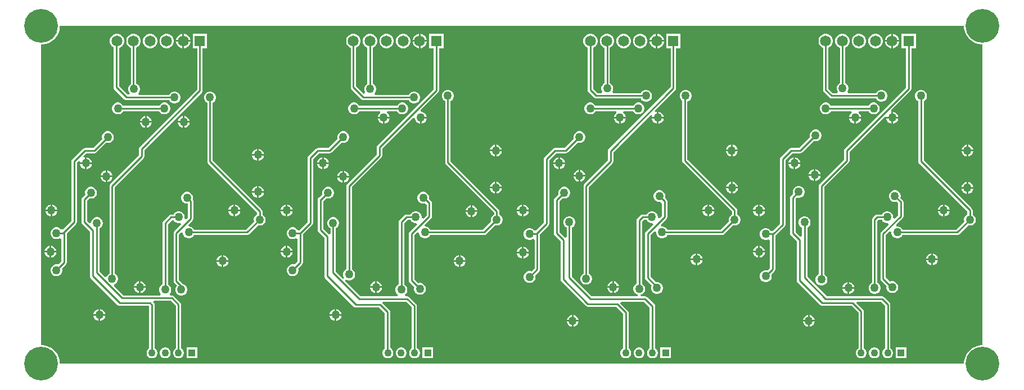
<source format=gbl>
G04*
G04 #@! TF.GenerationSoftware,Altium Limited,Altium Designer,22.10.1 (41)*
G04*
G04 Layer_Physical_Order=2*
G04 Layer_Color=16711680*
%FSLAX44Y44*%
%MOMM*%
G71*
G04*
G04 #@! TF.SameCoordinates,E6263BE7-1458-4C56-9D4E-A9492F5360D3*
G04*
G04*
G04 #@! TF.FilePolarity,Positive*
G04*
G01*
G75*
%ADD48C,0.2921*%
%ADD49C,1.6500*%
%ADD50R,1.6500X1.6500*%
%ADD51C,1.1000*%
%ADD52R,1.1000X1.1000*%
%ADD53C,1.2700*%
%ADD54C,5.0800*%
G36*
X1656080Y1210651D02*
X1656768Y1206307D01*
X1658127Y1202125D01*
X1660124Y1198206D01*
X1662709Y1194648D01*
X1665818Y1191539D01*
X1669376Y1188954D01*
X1673295Y1186957D01*
X1677477Y1185598D01*
X1681821Y1184910D01*
X1684020D01*
Y731520D01*
X1681821D01*
X1677477Y730832D01*
X1673295Y729473D01*
X1669376Y727476D01*
X1665818Y724891D01*
X1662709Y721782D01*
X1660124Y718224D01*
X1658127Y714305D01*
X1656768Y710123D01*
X1656080Y705779D01*
Y703580D01*
X294640D01*
Y705779D01*
X293952Y710123D01*
X292593Y714305D01*
X290596Y718224D01*
X288011Y721782D01*
X284902Y724891D01*
X281344Y727476D01*
X277425Y729473D01*
X273243Y730832D01*
X268899Y731520D01*
X266700D01*
Y1184910D01*
X268899D01*
X273243Y1185598D01*
X277425Y1186957D01*
X281344Y1188954D01*
X284902Y1191539D01*
X288011Y1194648D01*
X290596Y1198206D01*
X292593Y1202125D01*
X293952Y1206307D01*
X294640Y1210651D01*
Y1212850D01*
X1656080D01*
Y1210651D01*
D02*
G37*
%LPC*%
G36*
X1194891Y1200780D02*
X1194740D01*
Y1191260D01*
X1204260D01*
Y1191411D01*
X1203525Y1194155D01*
X1202104Y1196615D01*
X1200095Y1198624D01*
X1197635Y1200045D01*
X1194891Y1200780D01*
D02*
G37*
G36*
X838020D02*
X837870D01*
Y1191260D01*
X847390D01*
Y1191411D01*
X846655Y1194155D01*
X845234Y1196615D01*
X843225Y1198624D01*
X840765Y1200045D01*
X838020Y1200780D01*
D02*
G37*
G36*
X481950D02*
X481800D01*
Y1191260D01*
X491320D01*
Y1191411D01*
X490585Y1194155D01*
X489164Y1196615D01*
X487155Y1198624D01*
X484695Y1200045D01*
X481950Y1200780D01*
D02*
G37*
G36*
X1549220D02*
X1549070D01*
Y1191260D01*
X1558590D01*
Y1191411D01*
X1557855Y1194155D01*
X1556434Y1196615D01*
X1554425Y1198624D01*
X1551965Y1200045D01*
X1549220Y1200780D01*
D02*
G37*
G36*
X1192200D02*
X1192049D01*
X1189305Y1200045D01*
X1186845Y1198624D01*
X1184836Y1196615D01*
X1183415Y1194155D01*
X1182680Y1191411D01*
Y1191260D01*
X1192200D01*
Y1200780D01*
D02*
G37*
G36*
X835330D02*
X835180D01*
X832435Y1200045D01*
X829975Y1198624D01*
X827966Y1196615D01*
X826545Y1194155D01*
X825810Y1191411D01*
Y1191260D01*
X835330D01*
Y1200780D01*
D02*
G37*
G36*
X479260D02*
X479109D01*
X476365Y1200045D01*
X473905Y1198624D01*
X471896Y1196615D01*
X470475Y1194155D01*
X469740Y1191411D01*
Y1191260D01*
X479260D01*
Y1200780D01*
D02*
G37*
G36*
X1546530D02*
X1546380D01*
X1543635Y1200045D01*
X1541175Y1198624D01*
X1539166Y1196615D01*
X1537745Y1194155D01*
X1537010Y1191411D01*
Y1191260D01*
X1546530D01*
Y1200780D01*
D02*
G37*
G36*
X1558590Y1188720D02*
X1549070D01*
Y1179200D01*
X1549220D01*
X1551965Y1179935D01*
X1554425Y1181356D01*
X1556434Y1183365D01*
X1557855Y1185825D01*
X1558590Y1188569D01*
Y1188720D01*
D02*
G37*
G36*
X1546530D02*
X1537010D01*
Y1188569D01*
X1537745Y1185825D01*
X1539166Y1183365D01*
X1541175Y1181356D01*
X1543635Y1179935D01*
X1546380Y1179200D01*
X1546530D01*
Y1188720D01*
D02*
G37*
G36*
X1524220Y1200780D02*
X1521380D01*
X1518635Y1200045D01*
X1516175Y1198624D01*
X1514166Y1196615D01*
X1512745Y1194155D01*
X1512010Y1191411D01*
Y1188569D01*
X1512745Y1185825D01*
X1514166Y1183365D01*
X1516175Y1181356D01*
X1518635Y1179935D01*
X1521380Y1179200D01*
X1524220D01*
X1526965Y1179935D01*
X1529425Y1181356D01*
X1531434Y1183365D01*
X1532855Y1185825D01*
X1533590Y1188569D01*
Y1191411D01*
X1532855Y1194155D01*
X1531434Y1196615D01*
X1529425Y1198624D01*
X1526965Y1200045D01*
X1524220Y1200780D01*
D02*
G37*
G36*
X1499220D02*
X1496380D01*
X1493635Y1200045D01*
X1491175Y1198624D01*
X1489166Y1196615D01*
X1487745Y1194155D01*
X1487010Y1191411D01*
Y1188569D01*
X1487745Y1185825D01*
X1489166Y1183365D01*
X1491175Y1181356D01*
X1493635Y1179935D01*
X1496380Y1179200D01*
X1499220D01*
X1501965Y1179935D01*
X1504425Y1181356D01*
X1506434Y1183365D01*
X1507855Y1185825D01*
X1508590Y1188569D01*
Y1191411D01*
X1507855Y1194155D01*
X1506434Y1196615D01*
X1504425Y1198624D01*
X1501965Y1200045D01*
X1499220Y1200780D01*
D02*
G37*
G36*
X1204260Y1188720D02*
X1194740D01*
Y1179200D01*
X1194891D01*
X1197635Y1179935D01*
X1200095Y1181356D01*
X1202104Y1183365D01*
X1203525Y1185825D01*
X1204260Y1188569D01*
Y1188720D01*
D02*
G37*
G36*
X1192200D02*
X1182680D01*
Y1188569D01*
X1183415Y1185825D01*
X1184836Y1183365D01*
X1186845Y1181356D01*
X1189305Y1179935D01*
X1192049Y1179200D01*
X1192200D01*
Y1188720D01*
D02*
G37*
G36*
X1169891Y1200780D02*
X1167049D01*
X1164305Y1200045D01*
X1161845Y1198624D01*
X1159836Y1196615D01*
X1158415Y1194155D01*
X1157680Y1191411D01*
Y1188569D01*
X1158415Y1185825D01*
X1159836Y1183365D01*
X1161845Y1181356D01*
X1164305Y1179935D01*
X1167049Y1179200D01*
X1169891D01*
X1172635Y1179935D01*
X1175095Y1181356D01*
X1177104Y1183365D01*
X1178525Y1185825D01*
X1179260Y1188569D01*
Y1191411D01*
X1178525Y1194155D01*
X1177104Y1196615D01*
X1175095Y1198624D01*
X1172635Y1200045D01*
X1169891Y1200780D01*
D02*
G37*
G36*
X1144891D02*
X1142049D01*
X1139305Y1200045D01*
X1136845Y1198624D01*
X1134836Y1196615D01*
X1133415Y1194155D01*
X1132680Y1191411D01*
Y1188569D01*
X1133415Y1185825D01*
X1134836Y1183365D01*
X1136845Y1181356D01*
X1139305Y1179935D01*
X1142049Y1179200D01*
X1144891D01*
X1147635Y1179935D01*
X1150095Y1181356D01*
X1152104Y1183365D01*
X1153525Y1185825D01*
X1154260Y1188569D01*
Y1191411D01*
X1153525Y1194155D01*
X1152104Y1196615D01*
X1150095Y1198624D01*
X1147635Y1200045D01*
X1144891Y1200780D01*
D02*
G37*
G36*
X847390Y1188720D02*
X837870D01*
Y1179200D01*
X838020D01*
X840765Y1179935D01*
X843225Y1181356D01*
X845234Y1183365D01*
X846655Y1185825D01*
X847390Y1188569D01*
Y1188720D01*
D02*
G37*
G36*
X835330D02*
X825810D01*
Y1188569D01*
X826545Y1185825D01*
X827966Y1183365D01*
X829975Y1181356D01*
X832435Y1179935D01*
X835180Y1179200D01*
X835330D01*
Y1188720D01*
D02*
G37*
G36*
X813020Y1200780D02*
X810180D01*
X807435Y1200045D01*
X804975Y1198624D01*
X802966Y1196615D01*
X801545Y1194155D01*
X800810Y1191411D01*
Y1188569D01*
X801545Y1185825D01*
X802966Y1183365D01*
X804975Y1181356D01*
X807435Y1179935D01*
X810180Y1179200D01*
X813020D01*
X815765Y1179935D01*
X818225Y1181356D01*
X820234Y1183365D01*
X821655Y1185825D01*
X822390Y1188569D01*
Y1191411D01*
X821655Y1194155D01*
X820234Y1196615D01*
X818225Y1198624D01*
X815765Y1200045D01*
X813020Y1200780D01*
D02*
G37*
G36*
X788020D02*
X785180D01*
X782435Y1200045D01*
X779975Y1198624D01*
X777966Y1196615D01*
X776545Y1194155D01*
X775810Y1191411D01*
Y1188569D01*
X776545Y1185825D01*
X777966Y1183365D01*
X779975Y1181356D01*
X782435Y1179935D01*
X785180Y1179200D01*
X788020D01*
X790765Y1179935D01*
X793225Y1181356D01*
X795234Y1183365D01*
X796655Y1185825D01*
X797390Y1188569D01*
Y1191411D01*
X796655Y1194155D01*
X795234Y1196615D01*
X793225Y1198624D01*
X790765Y1200045D01*
X788020Y1200780D01*
D02*
G37*
G36*
X491320Y1188720D02*
X481800D01*
Y1179200D01*
X481950D01*
X484695Y1179935D01*
X487155Y1181356D01*
X489164Y1183365D01*
X490585Y1185825D01*
X491320Y1188569D01*
Y1188720D01*
D02*
G37*
G36*
X479260D02*
X469740D01*
Y1188569D01*
X470475Y1185825D01*
X471896Y1183365D01*
X473905Y1181356D01*
X476365Y1179935D01*
X479109Y1179200D01*
X479260D01*
Y1188720D01*
D02*
G37*
G36*
X456950Y1200780D02*
X454109D01*
X451365Y1200045D01*
X448905Y1198624D01*
X446896Y1196615D01*
X445475Y1194155D01*
X444740Y1191411D01*
Y1188569D01*
X445475Y1185825D01*
X446896Y1183365D01*
X448905Y1181356D01*
X451365Y1179935D01*
X454109Y1179200D01*
X456950D01*
X459695Y1179935D01*
X462155Y1181356D01*
X464164Y1183365D01*
X465585Y1185825D01*
X466320Y1188569D01*
Y1191411D01*
X465585Y1194155D01*
X464164Y1196615D01*
X462155Y1198624D01*
X459695Y1200045D01*
X456950Y1200780D01*
D02*
G37*
G36*
X431950D02*
X429109D01*
X426365Y1200045D01*
X423905Y1198624D01*
X421896Y1196615D01*
X420475Y1194155D01*
X419740Y1191411D01*
Y1188569D01*
X420475Y1185825D01*
X421896Y1183365D01*
X423905Y1181356D01*
X426365Y1179935D01*
X429109Y1179200D01*
X431950D01*
X434695Y1179935D01*
X437155Y1181356D01*
X439164Y1183365D01*
X440585Y1185825D01*
X441320Y1188569D01*
Y1191411D01*
X440585Y1194155D01*
X439164Y1196615D01*
X437155Y1198624D01*
X434695Y1200045D01*
X431950Y1200780D01*
D02*
G37*
G36*
X1474220D02*
X1471380D01*
X1468635Y1200045D01*
X1466175Y1198624D01*
X1464166Y1196615D01*
X1462745Y1194155D01*
X1462010Y1191411D01*
Y1188569D01*
X1462745Y1185825D01*
X1464166Y1183365D01*
X1466175Y1181356D01*
X1468635Y1179935D01*
X1469121Y1179805D01*
Y1126780D01*
X1467741Y1125984D01*
X1466086Y1124329D01*
X1464916Y1122301D01*
X1464310Y1120040D01*
Y1117700D01*
X1464916Y1115439D01*
X1465712Y1114059D01*
X1464947Y1112143D01*
X1464387Y1111519D01*
X1458380D01*
X1451879Y1118019D01*
Y1179912D01*
X1451965Y1179935D01*
X1454425Y1181356D01*
X1456434Y1183365D01*
X1457855Y1185825D01*
X1458590Y1188569D01*
Y1191411D01*
X1457855Y1194155D01*
X1456434Y1196615D01*
X1454425Y1198624D01*
X1451965Y1200045D01*
X1449220Y1200780D01*
X1446380D01*
X1443635Y1200045D01*
X1441175Y1198624D01*
X1439166Y1196615D01*
X1437745Y1194155D01*
X1437010Y1191411D01*
Y1188569D01*
X1437745Y1185825D01*
X1439166Y1183365D01*
X1441175Y1181356D01*
X1443635Y1179935D01*
X1443721Y1179912D01*
Y1116330D01*
X1444032Y1114769D01*
X1444916Y1113446D01*
X1453806Y1104556D01*
X1455129Y1103672D01*
X1456690Y1103361D01*
X1523710D01*
X1524506Y1101981D01*
X1526161Y1100326D01*
X1528189Y1099156D01*
X1530450Y1098550D01*
X1532790D01*
X1535051Y1099156D01*
X1537079Y1100326D01*
X1538734Y1101981D01*
X1539904Y1104009D01*
X1540510Y1106270D01*
Y1108610D01*
X1539904Y1110871D01*
X1538734Y1112899D01*
X1537079Y1114554D01*
X1535051Y1115724D01*
X1532790Y1116330D01*
X1530450D01*
X1528189Y1115724D01*
X1526161Y1114554D01*
X1524506Y1112899D01*
X1523710Y1111519D01*
X1482013D01*
X1481453Y1112143D01*
X1480688Y1114059D01*
X1481484Y1115439D01*
X1482090Y1117700D01*
Y1120040D01*
X1481484Y1122301D01*
X1480314Y1124329D01*
X1478659Y1125984D01*
X1477279Y1126780D01*
Y1180117D01*
X1479425Y1181356D01*
X1481434Y1183365D01*
X1482855Y1185825D01*
X1483590Y1188569D01*
Y1191411D01*
X1482855Y1194155D01*
X1481434Y1196615D01*
X1479425Y1198624D01*
X1476965Y1200045D01*
X1474220Y1200780D01*
D02*
G37*
G36*
X1119891D02*
X1117049D01*
X1114305Y1200045D01*
X1111845Y1198624D01*
X1109836Y1196615D01*
X1108415Y1194155D01*
X1107680Y1191411D01*
Y1188569D01*
X1108415Y1185825D01*
X1109836Y1183365D01*
X1111845Y1181356D01*
X1114305Y1179935D01*
X1114591Y1179859D01*
Y1126553D01*
X1113482Y1125913D01*
X1111827Y1124258D01*
X1110657Y1122231D01*
X1110051Y1119969D01*
Y1117629D01*
X1110657Y1115368D01*
X1111412Y1114059D01*
X1110566Y1112043D01*
X1110057Y1111519D01*
X1104050D01*
X1097549Y1118019D01*
Y1179912D01*
X1097635Y1179935D01*
X1100095Y1181356D01*
X1102104Y1183365D01*
X1103525Y1185825D01*
X1104260Y1188569D01*
Y1191411D01*
X1103525Y1194155D01*
X1102104Y1196615D01*
X1100095Y1198624D01*
X1097635Y1200045D01*
X1094891Y1200780D01*
X1092049D01*
X1089305Y1200045D01*
X1086845Y1198624D01*
X1084836Y1196615D01*
X1083415Y1194155D01*
X1082680Y1191411D01*
Y1188569D01*
X1083415Y1185825D01*
X1084836Y1183365D01*
X1086845Y1181356D01*
X1089305Y1179935D01*
X1089391Y1179912D01*
Y1116330D01*
X1089702Y1114769D01*
X1090586Y1113446D01*
X1099476Y1104556D01*
X1100799Y1103672D01*
X1102360Y1103361D01*
X1169380D01*
X1170176Y1101981D01*
X1171831Y1100326D01*
X1173859Y1099156D01*
X1176120Y1098550D01*
X1178460D01*
X1180721Y1099156D01*
X1182749Y1100326D01*
X1184404Y1101981D01*
X1185574Y1104009D01*
X1186180Y1106270D01*
Y1108610D01*
X1185574Y1110871D01*
X1184404Y1112899D01*
X1182749Y1114554D01*
X1180721Y1115724D01*
X1178460Y1116330D01*
X1176120D01*
X1173859Y1115724D01*
X1171831Y1114554D01*
X1170176Y1112899D01*
X1169380Y1111519D01*
X1127825D01*
X1127315Y1112043D01*
X1126469Y1114059D01*
X1127225Y1115368D01*
X1127831Y1117629D01*
Y1119969D01*
X1127225Y1122231D01*
X1126055Y1124258D01*
X1124399Y1125913D01*
X1122749Y1126866D01*
Y1180001D01*
X1125095Y1181356D01*
X1127104Y1183365D01*
X1128525Y1185825D01*
X1129260Y1188569D01*
Y1191411D01*
X1128525Y1194155D01*
X1127104Y1196615D01*
X1125095Y1198624D01*
X1122635Y1200045D01*
X1119891Y1200780D01*
D02*
G37*
G36*
X763020D02*
X760180D01*
X757435Y1200045D01*
X754975Y1198624D01*
X752966Y1196615D01*
X751545Y1194155D01*
X750810Y1191411D01*
Y1188569D01*
X751545Y1185825D01*
X752966Y1183365D01*
X754975Y1181356D01*
X757435Y1179935D01*
X757721Y1179859D01*
Y1125395D01*
X756541Y1124714D01*
X754886Y1123059D01*
X753716Y1121031D01*
X753110Y1118770D01*
Y1116430D01*
X753716Y1114169D01*
X754243Y1113255D01*
X753287Y1110646D01*
X753055Y1110429D01*
X752241Y1110267D01*
X740679Y1121830D01*
Y1179912D01*
X740765Y1179935D01*
X743225Y1181356D01*
X745234Y1183365D01*
X746655Y1185825D01*
X747390Y1188569D01*
Y1191411D01*
X746655Y1194155D01*
X745234Y1196615D01*
X743225Y1198624D01*
X740765Y1200045D01*
X738020Y1200780D01*
X735180D01*
X732435Y1200045D01*
X729975Y1198624D01*
X727966Y1196615D01*
X726545Y1194155D01*
X725810Y1191411D01*
Y1188569D01*
X726545Y1185825D01*
X727966Y1183365D01*
X729975Y1181356D01*
X732435Y1179935D01*
X732521Y1179912D01*
Y1120140D01*
X732832Y1118579D01*
X733716Y1117256D01*
X748956Y1102016D01*
X750279Y1101132D01*
X751840Y1100821D01*
X820130D01*
X820926Y1099441D01*
X822581Y1097786D01*
X824609Y1096616D01*
X826870Y1096010D01*
X829210D01*
X831471Y1096616D01*
X833499Y1097786D01*
X835154Y1099441D01*
X836324Y1101469D01*
X836930Y1103730D01*
Y1106070D01*
X836324Y1108331D01*
X835154Y1110359D01*
X833499Y1112014D01*
X831471Y1113184D01*
X829210Y1113790D01*
X826870D01*
X824609Y1113184D01*
X822581Y1112014D01*
X820926Y1110359D01*
X820130Y1108979D01*
X769543D01*
X768491Y1111519D01*
X769114Y1112141D01*
X770284Y1114169D01*
X770890Y1116430D01*
Y1118770D01*
X770284Y1121031D01*
X769114Y1123059D01*
X767459Y1124714D01*
X765879Y1125626D01*
Y1180001D01*
X768225Y1181356D01*
X770234Y1183365D01*
X771655Y1185825D01*
X772390Y1188569D01*
Y1191411D01*
X771655Y1194155D01*
X770234Y1196615D01*
X768225Y1198624D01*
X765765Y1200045D01*
X763020Y1200780D01*
D02*
G37*
G36*
X406950D02*
X404109D01*
X401365Y1200045D01*
X398905Y1198624D01*
X396896Y1196615D01*
X395475Y1194155D01*
X394740Y1191411D01*
Y1188569D01*
X395475Y1185825D01*
X396896Y1183365D01*
X398905Y1181356D01*
X401365Y1179935D01*
X401451Y1179912D01*
Y1125008D01*
X400941Y1124714D01*
X399286Y1123059D01*
X398116Y1121031D01*
X397510Y1118770D01*
Y1116430D01*
X398116Y1114169D01*
X399286Y1112141D01*
X399823Y1111605D01*
X398933Y1109383D01*
X396510Y1109128D01*
X383809Y1121830D01*
Y1179698D01*
X384695Y1179935D01*
X387155Y1181356D01*
X389164Y1183365D01*
X390585Y1185825D01*
X391320Y1188569D01*
Y1191411D01*
X390585Y1194155D01*
X389164Y1196615D01*
X387155Y1198624D01*
X384695Y1200045D01*
X381950Y1200780D01*
X379109D01*
X376365Y1200045D01*
X373905Y1198624D01*
X371896Y1196615D01*
X370475Y1194155D01*
X369740Y1191411D01*
Y1188569D01*
X370475Y1185825D01*
X371896Y1183365D01*
X373905Y1181356D01*
X375651Y1180348D01*
Y1120140D01*
X375962Y1118579D01*
X376846Y1117256D01*
X392086Y1102016D01*
X393409Y1101132D01*
X394970Y1100821D01*
X459450D01*
X460246Y1099441D01*
X461901Y1097786D01*
X463929Y1096616D01*
X466190Y1096010D01*
X468530D01*
X470791Y1096616D01*
X472819Y1097786D01*
X474474Y1099441D01*
X475644Y1101469D01*
X476250Y1103730D01*
Y1106070D01*
X475644Y1108331D01*
X474474Y1110359D01*
X472819Y1112014D01*
X470791Y1113184D01*
X468530Y1113790D01*
X466190D01*
X463929Y1113184D01*
X461901Y1112014D01*
X460246Y1110359D01*
X459450Y1108979D01*
X413943D01*
X412891Y1111519D01*
X413514Y1112141D01*
X414684Y1114169D01*
X415290Y1116430D01*
Y1118770D01*
X414684Y1121031D01*
X413514Y1123059D01*
X411859Y1124714D01*
X409831Y1125884D01*
X409609Y1125944D01*
Y1179912D01*
X409695Y1179935D01*
X412155Y1181356D01*
X414164Y1183365D01*
X415585Y1185825D01*
X416320Y1188569D01*
Y1191411D01*
X415585Y1194155D01*
X414164Y1196615D01*
X412155Y1198624D01*
X409695Y1200045D01*
X406950Y1200780D01*
D02*
G37*
G36*
X1521360Y1097280D02*
X1519020D01*
X1516759Y1096674D01*
X1514731Y1095504D01*
X1513076Y1093849D01*
X1512280Y1092469D01*
X1455710D01*
X1454914Y1093849D01*
X1453259Y1095504D01*
X1451231Y1096674D01*
X1448970Y1097280D01*
X1446630D01*
X1444369Y1096674D01*
X1442341Y1095504D01*
X1440686Y1093849D01*
X1439516Y1091821D01*
X1438910Y1089560D01*
Y1087220D01*
X1439516Y1084959D01*
X1440686Y1082931D01*
X1442341Y1081276D01*
X1444369Y1080106D01*
X1446630Y1079500D01*
X1448970D01*
X1451231Y1080106D01*
X1453259Y1081276D01*
X1454914Y1082931D01*
X1455710Y1084311D01*
X1486522D01*
X1487202Y1081771D01*
X1486791Y1081534D01*
X1485136Y1079879D01*
X1483966Y1077851D01*
X1483387Y1075690D01*
X1501113D01*
X1500534Y1077851D01*
X1499364Y1079879D01*
X1497709Y1081534D01*
X1497298Y1081771D01*
X1497978Y1084311D01*
X1512280D01*
X1513076Y1082931D01*
X1514731Y1081276D01*
X1516759Y1080106D01*
X1519020Y1079500D01*
X1521360D01*
X1523621Y1080106D01*
X1525649Y1081276D01*
X1527304Y1082931D01*
X1528474Y1084959D01*
X1529080Y1087220D01*
Y1089560D01*
X1528474Y1091821D01*
X1527304Y1093849D01*
X1525649Y1095504D01*
X1523621Y1096674D01*
X1521360Y1097280D01*
D02*
G37*
G36*
X1167030D02*
X1164690D01*
X1162429Y1096674D01*
X1160401Y1095504D01*
X1158746Y1093849D01*
X1157950Y1092469D01*
X1101380D01*
X1100584Y1093849D01*
X1098929Y1095504D01*
X1096901Y1096674D01*
X1094640Y1097280D01*
X1092300D01*
X1090039Y1096674D01*
X1088011Y1095504D01*
X1086356Y1093849D01*
X1085186Y1091821D01*
X1084580Y1089560D01*
Y1087220D01*
X1085186Y1084959D01*
X1086356Y1082931D01*
X1088011Y1081276D01*
X1090039Y1080106D01*
X1092300Y1079500D01*
X1094640D01*
X1096901Y1080106D01*
X1098929Y1081276D01*
X1100584Y1082931D01*
X1101380Y1084311D01*
X1132192D01*
X1132872Y1081771D01*
X1132461Y1081534D01*
X1130806Y1079879D01*
X1129636Y1077851D01*
X1129057Y1075690D01*
X1146783D01*
X1146204Y1077851D01*
X1145034Y1079879D01*
X1143379Y1081534D01*
X1142968Y1081771D01*
X1143648Y1084311D01*
X1157950D01*
X1158746Y1082931D01*
X1160401Y1081276D01*
X1162429Y1080106D01*
X1164690Y1079500D01*
X1167030D01*
X1169291Y1080106D01*
X1171319Y1081276D01*
X1172974Y1082931D01*
X1174144Y1084959D01*
X1174750Y1087220D01*
Y1089560D01*
X1174144Y1091821D01*
X1172974Y1093849D01*
X1171319Y1095504D01*
X1169291Y1096674D01*
X1167030Y1097280D01*
D02*
G37*
G36*
X811430D02*
X809090D01*
X806829Y1096674D01*
X804801Y1095504D01*
X803146Y1093849D01*
X802350Y1092469D01*
X745780D01*
X744984Y1093849D01*
X743329Y1095504D01*
X741301Y1096674D01*
X739040Y1097280D01*
X736700D01*
X734439Y1096674D01*
X732411Y1095504D01*
X730756Y1093849D01*
X729586Y1091821D01*
X728980Y1089560D01*
Y1087220D01*
X729586Y1084959D01*
X730756Y1082931D01*
X732411Y1081276D01*
X734439Y1080106D01*
X736700Y1079500D01*
X739040D01*
X741301Y1080106D01*
X743329Y1081276D01*
X744984Y1082931D01*
X745780Y1084311D01*
X776592D01*
X777272Y1081771D01*
X776861Y1081534D01*
X775206Y1079879D01*
X774036Y1077851D01*
X773457Y1075690D01*
X791183D01*
X790604Y1077851D01*
X789434Y1079879D01*
X787779Y1081534D01*
X787367Y1081771D01*
X788048Y1084311D01*
X802350D01*
X803146Y1082931D01*
X804801Y1081276D01*
X806829Y1080106D01*
X809090Y1079500D01*
X811430D01*
X813691Y1080106D01*
X815719Y1081276D01*
X817374Y1082931D01*
X818544Y1084959D01*
X819150Y1087220D01*
Y1089560D01*
X818544Y1091821D01*
X817374Y1093849D01*
X815719Y1095504D01*
X813691Y1096674D01*
X811430Y1097280D01*
D02*
G37*
G36*
X453290D02*
X450950D01*
X448689Y1096674D01*
X446661Y1095504D01*
X445006Y1093849D01*
X444210Y1092469D01*
X390180D01*
X389384Y1093849D01*
X387729Y1095504D01*
X385701Y1096674D01*
X383440Y1097280D01*
X381100D01*
X378839Y1096674D01*
X376811Y1095504D01*
X375156Y1093849D01*
X373986Y1091821D01*
X373380Y1089560D01*
Y1087220D01*
X373986Y1084959D01*
X375156Y1082931D01*
X376811Y1081276D01*
X378839Y1080106D01*
X381100Y1079500D01*
X383440D01*
X385701Y1080106D01*
X387729Y1081276D01*
X389384Y1082931D01*
X390180Y1084311D01*
X444210D01*
X445006Y1082931D01*
X446661Y1081276D01*
X448689Y1080106D01*
X450950Y1079500D01*
X453290D01*
X455551Y1080106D01*
X457579Y1081276D01*
X459234Y1082931D01*
X460404Y1084959D01*
X461010Y1087220D01*
Y1089560D01*
X460404Y1091821D01*
X459234Y1093849D01*
X457579Y1095504D01*
X455551Y1096674D01*
X453290Y1097280D01*
D02*
G37*
G36*
X1549400Y1083283D02*
Y1075690D01*
X1556993D01*
X1556414Y1077851D01*
X1555244Y1079879D01*
X1553589Y1081534D01*
X1551561Y1082704D01*
X1549400Y1083283D01*
D02*
G37*
G36*
X1583590Y1200780D02*
X1562010D01*
Y1179200D01*
X1568721D01*
Y1119829D01*
X1476666Y1027774D01*
X1475782Y1026451D01*
X1475471Y1024890D01*
Y1011339D01*
X1438566Y974434D01*
X1437682Y973111D01*
X1437371Y971550D01*
Y838490D01*
X1435991Y837694D01*
X1434336Y836039D01*
X1433166Y834011D01*
X1432560Y831750D01*
Y829410D01*
X1433166Y827149D01*
X1434336Y825121D01*
X1435991Y823466D01*
X1438019Y822296D01*
X1440280Y821690D01*
X1442620D01*
X1444881Y822296D01*
X1446909Y823466D01*
X1448564Y825121D01*
X1449734Y827149D01*
X1450340Y829410D01*
Y831750D01*
X1449734Y834011D01*
X1448564Y836039D01*
X1446909Y837694D01*
X1445529Y838490D01*
Y969861D01*
X1482434Y1006766D01*
X1483318Y1008089D01*
X1483629Y1009650D01*
Y1023201D01*
X1536827Y1076398D01*
X1538336Y1075893D01*
X1538609Y1075690D01*
X1546860D01*
Y1083941D01*
X1546657Y1084214D01*
X1546151Y1085723D01*
X1575684Y1115256D01*
X1576568Y1116579D01*
X1576879Y1118140D01*
Y1179200D01*
X1583590D01*
Y1200780D01*
D02*
G37*
G36*
X1196340Y1083283D02*
Y1075690D01*
X1203933D01*
X1203354Y1077851D01*
X1202184Y1079879D01*
X1200529Y1081534D01*
X1198501Y1082704D01*
X1196340Y1083283D01*
D02*
G37*
G36*
X1229260Y1200780D02*
X1207680D01*
Y1179200D01*
X1214391D01*
Y1120559D01*
X1121066Y1027234D01*
X1120182Y1025911D01*
X1119871Y1024350D01*
Y1010070D01*
X1084236Y974434D01*
X1083352Y973111D01*
X1083041Y971550D01*
Y839760D01*
X1081661Y838964D01*
X1080006Y837309D01*
X1078836Y835281D01*
X1078230Y833020D01*
Y830680D01*
X1078836Y828419D01*
X1080006Y826391D01*
X1081661Y824736D01*
X1083689Y823566D01*
X1085950Y822960D01*
X1088290D01*
X1090551Y823566D01*
X1092579Y824736D01*
X1094234Y826391D01*
X1095404Y828419D01*
X1096010Y830680D01*
Y833020D01*
X1095404Y835281D01*
X1094234Y837309D01*
X1092579Y838964D01*
X1091199Y839760D01*
Y969861D01*
X1126834Y1005496D01*
X1127718Y1006819D01*
X1128029Y1008380D01*
Y1022661D01*
X1184718Y1079349D01*
X1186786Y1077851D01*
X1186207Y1075690D01*
X1193800D01*
Y1083283D01*
X1191639Y1082704D01*
X1190141Y1084772D01*
X1221354Y1115986D01*
X1222238Y1117309D01*
X1222549Y1118870D01*
Y1179200D01*
X1229260D01*
Y1200780D01*
D02*
G37*
G36*
X482600Y1076933D02*
Y1069340D01*
X490193D01*
X489614Y1071501D01*
X488444Y1073529D01*
X486789Y1075184D01*
X484761Y1076354D01*
X482600Y1076933D01*
D02*
G37*
G36*
X480060D02*
X477899Y1076354D01*
X475871Y1075184D01*
X474216Y1073529D01*
X473046Y1071501D01*
X472467Y1069340D01*
X480060D01*
Y1076933D01*
D02*
G37*
G36*
X425450D02*
Y1069340D01*
X433043D01*
X432464Y1071501D01*
X431294Y1073529D01*
X429639Y1075184D01*
X427611Y1076354D01*
X425450Y1076933D01*
D02*
G37*
G36*
X422910D02*
X420749Y1076354D01*
X418721Y1075184D01*
X417066Y1073529D01*
X415896Y1071501D01*
X415317Y1069340D01*
X422910D01*
Y1076933D01*
D02*
G37*
G36*
X1556993Y1073150D02*
X1549400D01*
Y1065557D01*
X1551561Y1066136D01*
X1553589Y1067306D01*
X1555244Y1068961D01*
X1556414Y1070989D01*
X1556993Y1073150D01*
D02*
G37*
G36*
X1546860D02*
X1539267D01*
X1539846Y1070989D01*
X1541016Y1068961D01*
X1542671Y1067306D01*
X1544699Y1066136D01*
X1546860Y1065557D01*
Y1073150D01*
D02*
G37*
G36*
X1501113D02*
X1493520D01*
Y1065557D01*
X1495681Y1066136D01*
X1497709Y1067306D01*
X1499364Y1068961D01*
X1500534Y1070989D01*
X1501113Y1073150D01*
D02*
G37*
G36*
X1490980D02*
X1483387D01*
X1483966Y1070989D01*
X1485136Y1068961D01*
X1486791Y1067306D01*
X1488819Y1066136D01*
X1490980Y1065557D01*
Y1073150D01*
D02*
G37*
G36*
X1203933D02*
X1196340D01*
Y1065557D01*
X1198501Y1066136D01*
X1200529Y1067306D01*
X1202184Y1068961D01*
X1203354Y1070989D01*
X1203933Y1073150D01*
D02*
G37*
G36*
X1193800D02*
X1186207D01*
X1186786Y1070989D01*
X1187956Y1068961D01*
X1189611Y1067306D01*
X1191639Y1066136D01*
X1193800Y1065557D01*
Y1073150D01*
D02*
G37*
G36*
X1146783D02*
X1139190D01*
Y1065557D01*
X1141351Y1066136D01*
X1143379Y1067306D01*
X1145034Y1068961D01*
X1146204Y1070989D01*
X1146783Y1073150D01*
D02*
G37*
G36*
X1136650D02*
X1129057D01*
X1129636Y1070989D01*
X1130806Y1068961D01*
X1132461Y1067306D01*
X1134489Y1066136D01*
X1136650Y1065557D01*
Y1073150D01*
D02*
G37*
G36*
X847063D02*
X839470D01*
Y1065557D01*
X841631Y1066136D01*
X843659Y1067306D01*
X845314Y1068961D01*
X846484Y1070989D01*
X847063Y1073150D01*
D02*
G37*
G36*
X791183D02*
X783590D01*
Y1065557D01*
X785751Y1066136D01*
X787779Y1067306D01*
X789434Y1068961D01*
X790604Y1070989D01*
X791183Y1073150D01*
D02*
G37*
G36*
X781050D02*
X773457D01*
X774036Y1070989D01*
X775206Y1068961D01*
X776861Y1067306D01*
X778889Y1066136D01*
X781050Y1065557D01*
Y1073150D01*
D02*
G37*
G36*
X490193Y1066800D02*
X482600D01*
Y1059207D01*
X484761Y1059786D01*
X486789Y1060956D01*
X488444Y1062611D01*
X489614Y1064639D01*
X490193Y1066800D01*
D02*
G37*
G36*
X480060D02*
X472467D01*
X473046Y1064639D01*
X474216Y1062611D01*
X475871Y1060956D01*
X477899Y1059786D01*
X480060Y1059207D01*
Y1066800D01*
D02*
G37*
G36*
X433043D02*
X425450D01*
Y1059207D01*
X427611Y1059786D01*
X429639Y1060956D01*
X431294Y1062611D01*
X432464Y1064639D01*
X433043Y1066800D01*
D02*
G37*
G36*
X422910D02*
X415317D01*
X415896Y1064639D01*
X417066Y1062611D01*
X418721Y1060956D01*
X420749Y1059786D01*
X422910Y1059207D01*
Y1066800D01*
D02*
G37*
G36*
X1433730Y1056640D02*
X1431390D01*
X1429129Y1056034D01*
X1427101Y1054864D01*
X1425446Y1053209D01*
X1424276Y1051181D01*
X1423670Y1048920D01*
Y1046580D01*
X1424082Y1045041D01*
X1408011Y1028969D01*
X1395730D01*
X1394169Y1028658D01*
X1392846Y1027774D01*
X1380146Y1015074D01*
X1379262Y1013751D01*
X1378951Y1012190D01*
Y914819D01*
X1367845Y903713D01*
X1365127Y903955D01*
X1364744Y904619D01*
X1363089Y906274D01*
X1361061Y907444D01*
X1358800Y908050D01*
X1356460D01*
X1354199Y907444D01*
X1352171Y906274D01*
X1350516Y904619D01*
X1349346Y902591D01*
X1348740Y900330D01*
Y897990D01*
X1349346Y895729D01*
X1350516Y893701D01*
X1352171Y892046D01*
X1354199Y890876D01*
X1356460Y890270D01*
X1358800D01*
X1361061Y890876D01*
X1361171Y890939D01*
X1363711Y889473D01*
Y847510D01*
X1360339Y844138D01*
X1358800Y844550D01*
X1356460D01*
X1354199Y843944D01*
X1352171Y842774D01*
X1350516Y841119D01*
X1349346Y839091D01*
X1348740Y836830D01*
Y834490D01*
X1349346Y832229D01*
X1350516Y830201D01*
X1352171Y828546D01*
X1354199Y827376D01*
X1356460Y826770D01*
X1358800D01*
X1361061Y827376D01*
X1363089Y828546D01*
X1364744Y830201D01*
X1365914Y832229D01*
X1366520Y834490D01*
Y836830D01*
X1366108Y838369D01*
X1370674Y842936D01*
X1371558Y844259D01*
X1371869Y845820D01*
Y896200D01*
X1371944Y896276D01*
X1371944Y896276D01*
X1385914Y910246D01*
X1386798Y911569D01*
X1387109Y913130D01*
Y1010500D01*
X1397419Y1020811D01*
X1409700D01*
X1411261Y1021122D01*
X1412584Y1022006D01*
X1429851Y1039272D01*
X1431390Y1038860D01*
X1433730D01*
X1435991Y1039466D01*
X1438019Y1040636D01*
X1439674Y1042291D01*
X1440844Y1044319D01*
X1441450Y1046580D01*
Y1048920D01*
X1440844Y1051181D01*
X1439674Y1053209D01*
X1438019Y1054864D01*
X1435991Y1056034D01*
X1433730Y1056640D01*
D02*
G37*
G36*
X1078130Y1054100D02*
X1075790D01*
X1073529Y1053494D01*
X1071501Y1052324D01*
X1069846Y1050669D01*
X1068676Y1048641D01*
X1068070Y1046380D01*
Y1044040D01*
X1068482Y1042501D01*
X1054950Y1028969D01*
X1040130D01*
X1038569Y1028658D01*
X1037246Y1027774D01*
X1024546Y1015074D01*
X1023662Y1013751D01*
X1023351Y1012190D01*
Y916089D01*
X1012005Y904743D01*
X1010109Y904661D01*
X1008745Y905019D01*
X1008716Y905046D01*
X1007489Y906274D01*
X1005461Y907444D01*
X1003200Y908050D01*
X1000860D01*
X998599Y907444D01*
X996571Y906274D01*
X994916Y904619D01*
X993746Y902591D01*
X993140Y900330D01*
Y897990D01*
X993746Y895729D01*
X994916Y893701D01*
X996571Y892046D01*
X998599Y890876D01*
X1000860Y890270D01*
X1003200D01*
X1005461Y890876D01*
X1006841Y891672D01*
X1008757Y890907D01*
X1009381Y890347D01*
Y847510D01*
X1004739Y842868D01*
X1003200Y843280D01*
X1000860D01*
X998599Y842674D01*
X996571Y841504D01*
X994916Y839849D01*
X993746Y837821D01*
X993140Y835560D01*
Y833220D01*
X993746Y830959D01*
X994916Y828931D01*
X996571Y827276D01*
X998599Y826106D01*
X1000860Y825500D01*
X1003200D01*
X1005461Y826106D01*
X1007489Y827276D01*
X1009144Y828931D01*
X1010314Y830959D01*
X1010920Y833220D01*
Y835560D01*
X1010508Y837099D01*
X1016344Y842936D01*
X1017228Y844259D01*
X1017539Y845820D01*
Y898740D01*
X1030314Y911516D01*
X1031198Y912839D01*
X1031509Y914400D01*
Y1010500D01*
X1041820Y1020811D01*
X1056640D01*
X1058201Y1021122D01*
X1059524Y1022006D01*
X1074251Y1036732D01*
X1075790Y1036320D01*
X1078130D01*
X1080391Y1036926D01*
X1082419Y1038096D01*
X1084074Y1039751D01*
X1085244Y1041779D01*
X1085850Y1044040D01*
Y1046380D01*
X1085244Y1048641D01*
X1084074Y1050669D01*
X1082419Y1052324D01*
X1080391Y1053494D01*
X1078130Y1054100D01*
D02*
G37*
G36*
X722530D02*
X720190D01*
X717929Y1053494D01*
X715901Y1052324D01*
X714246Y1050669D01*
X713076Y1048641D01*
X712470Y1046380D01*
Y1044040D01*
X712882Y1042501D01*
X699351Y1028969D01*
X683260D01*
X681699Y1028658D01*
X680376Y1027774D01*
X668946Y1016344D01*
X668062Y1015021D01*
X667751Y1013460D01*
Y917359D01*
X655375Y904983D01*
X652657Y905225D01*
X652274Y905889D01*
X650619Y907544D01*
X648591Y908714D01*
X646330Y909320D01*
X643990D01*
X641729Y908714D01*
X639701Y907544D01*
X638046Y905889D01*
X636876Y903861D01*
X636270Y901600D01*
Y899260D01*
X636876Y896999D01*
X638046Y894971D01*
X639701Y893316D01*
X641729Y892146D01*
X643990Y891540D01*
X646330D01*
X648591Y892146D01*
X649971Y892942D01*
X651887Y892177D01*
X652511Y891617D01*
Y857670D01*
X647869Y853028D01*
X646330Y853440D01*
X643990D01*
X641729Y852834D01*
X639701Y851664D01*
X638046Y850009D01*
X636876Y847981D01*
X636270Y845720D01*
Y843380D01*
X636876Y841119D01*
X638046Y839091D01*
X639701Y837436D01*
X641729Y836266D01*
X643990Y835660D01*
X646330D01*
X648591Y836266D01*
X650619Y837436D01*
X652274Y839091D01*
X653444Y841119D01*
X654050Y843380D01*
Y845720D01*
X653638Y847259D01*
X659474Y853096D01*
X660358Y854419D01*
X660669Y855980D01*
Y898740D01*
X674714Y912786D01*
X675598Y914109D01*
X675909Y915670D01*
Y1011770D01*
X684949Y1020811D01*
X701040D01*
X702601Y1021122D01*
X703924Y1022006D01*
X718651Y1036732D01*
X720190Y1036320D01*
X722530D01*
X724791Y1036926D01*
X726819Y1038096D01*
X728474Y1039751D01*
X729644Y1041779D01*
X730250Y1044040D01*
Y1046380D01*
X729644Y1048641D01*
X728474Y1050669D01*
X726819Y1052324D01*
X724791Y1053494D01*
X722530Y1054100D01*
D02*
G37*
G36*
X368200D02*
X365860D01*
X363599Y1053494D01*
X361571Y1052324D01*
X359916Y1050669D01*
X358746Y1048641D01*
X358140Y1046380D01*
Y1044040D01*
X358552Y1042501D01*
X345020Y1028969D01*
X332740D01*
X331179Y1028658D01*
X329856Y1027774D01*
X313346Y1011264D01*
X312462Y1009941D01*
X312151Y1008380D01*
Y918630D01*
X299535Y906013D01*
X297639Y905931D01*
X296275Y906289D01*
X296246Y906316D01*
X295019Y907544D01*
X292991Y908714D01*
X290730Y909320D01*
X288390D01*
X286129Y908714D01*
X284101Y907544D01*
X282446Y905889D01*
X281276Y903861D01*
X280670Y901600D01*
Y899260D01*
X281276Y896999D01*
X282446Y894971D01*
X284101Y893316D01*
X286129Y892146D01*
X288390Y891540D01*
X290730D01*
X292991Y892146D01*
X294371Y892942D01*
X296287Y892177D01*
X296911Y891617D01*
Y857670D01*
X292269Y853028D01*
X290730Y853440D01*
X288390D01*
X286129Y852834D01*
X284101Y851664D01*
X282446Y850009D01*
X281276Y847981D01*
X280670Y845720D01*
Y843380D01*
X281276Y841119D01*
X282446Y839091D01*
X284101Y837436D01*
X286129Y836266D01*
X288390Y835660D01*
X290730D01*
X292991Y836266D01*
X295019Y837436D01*
X296674Y839091D01*
X297844Y841119D01*
X298450Y843380D01*
Y845720D01*
X298038Y847259D01*
X303874Y853096D01*
X304758Y854419D01*
X305069Y855980D01*
Y900011D01*
X319114Y914056D01*
X319998Y915379D01*
X320309Y916940D01*
Y1006691D01*
X323172Y1009553D01*
X325449Y1008239D01*
X325147Y1007110D01*
X332740D01*
Y1014703D01*
X331611Y1014401D01*
X330297Y1016678D01*
X334430Y1020811D01*
X346710D01*
X348271Y1021122D01*
X349594Y1022006D01*
X364321Y1036732D01*
X365860Y1036320D01*
X368200D01*
X370461Y1036926D01*
X372489Y1038096D01*
X374144Y1039751D01*
X375314Y1041779D01*
X375920Y1044040D01*
Y1046380D01*
X375314Y1048641D01*
X374144Y1050669D01*
X372489Y1052324D01*
X370461Y1053494D01*
X368200Y1054100D01*
D02*
G37*
G36*
X1307779Y1033876D02*
Y1026283D01*
X1315372D01*
X1314793Y1028445D01*
X1313622Y1030472D01*
X1311967Y1032127D01*
X1309940Y1033297D01*
X1307779Y1033876D01*
D02*
G37*
G36*
X1305239D02*
X1303077Y1033297D01*
X1301050Y1032127D01*
X1299395Y1030472D01*
X1298225Y1028445D01*
X1297645Y1026283D01*
X1305239D01*
Y1033876D01*
D02*
G37*
G36*
X1662430Y1033753D02*
Y1026160D01*
X1670023D01*
X1669444Y1028321D01*
X1668274Y1030349D01*
X1666619Y1032004D01*
X1664591Y1033174D01*
X1662430Y1033753D01*
D02*
G37*
G36*
X1659890D02*
X1657729Y1033174D01*
X1655701Y1032004D01*
X1654046Y1030349D01*
X1652876Y1028321D01*
X1652297Y1026160D01*
X1659890D01*
Y1033753D01*
D02*
G37*
G36*
X952500D02*
Y1026160D01*
X960093D01*
X959514Y1028321D01*
X958344Y1030349D01*
X956689Y1032004D01*
X954661Y1033174D01*
X952500Y1033753D01*
D02*
G37*
G36*
X949960D02*
X947799Y1033174D01*
X945771Y1032004D01*
X944116Y1030349D01*
X942946Y1028321D01*
X942367Y1026160D01*
X949960D01*
Y1033753D01*
D02*
G37*
G36*
X594360Y1027403D02*
Y1019810D01*
X601953D01*
X601374Y1021971D01*
X600204Y1023999D01*
X598549Y1025654D01*
X596521Y1026824D01*
X594360Y1027403D01*
D02*
G37*
G36*
X591820D02*
X589659Y1026824D01*
X587631Y1025654D01*
X585976Y1023999D01*
X584806Y1021971D01*
X584227Y1019810D01*
X591820D01*
Y1027403D01*
D02*
G37*
G36*
X1315372Y1023743D02*
X1307779D01*
Y1016150D01*
X1309940Y1016729D01*
X1311967Y1017899D01*
X1313622Y1019555D01*
X1314793Y1021582D01*
X1315372Y1023743D01*
D02*
G37*
G36*
X1305239D02*
X1297645D01*
X1298225Y1021582D01*
X1299395Y1019555D01*
X1301050Y1017899D01*
X1303077Y1016729D01*
X1305239Y1016150D01*
Y1023743D01*
D02*
G37*
G36*
X1670023Y1023620D02*
X1662430D01*
Y1016027D01*
X1664591Y1016606D01*
X1666619Y1017776D01*
X1668274Y1019431D01*
X1669444Y1021459D01*
X1670023Y1023620D01*
D02*
G37*
G36*
X1659890D02*
X1652297D01*
X1652876Y1021459D01*
X1654046Y1019431D01*
X1655701Y1017776D01*
X1657729Y1016606D01*
X1659890Y1016027D01*
Y1023620D01*
D02*
G37*
G36*
X960093D02*
X952500D01*
Y1016027D01*
X954661Y1016606D01*
X956689Y1017776D01*
X958344Y1019431D01*
X959514Y1021459D01*
X960093Y1023620D01*
D02*
G37*
G36*
X949960D02*
X942367D01*
X942946Y1021459D01*
X944116Y1019431D01*
X945771Y1017776D01*
X947799Y1016606D01*
X949960Y1016027D01*
Y1023620D01*
D02*
G37*
G36*
X601953Y1017270D02*
X594360D01*
Y1009677D01*
X596521Y1010256D01*
X598549Y1011426D01*
X600204Y1013081D01*
X601374Y1015109D01*
X601953Y1017270D01*
D02*
G37*
G36*
X591820D02*
X584227D01*
X584806Y1015109D01*
X585976Y1013081D01*
X587631Y1011426D01*
X589659Y1010256D01*
X591820Y1009677D01*
Y1017270D01*
D02*
G37*
G36*
X1402080Y1014703D02*
Y1007110D01*
X1409673D01*
X1409094Y1009271D01*
X1407924Y1011299D01*
X1406269Y1012954D01*
X1404241Y1014124D01*
X1402080Y1014703D01*
D02*
G37*
G36*
X1399540D02*
X1397379Y1014124D01*
X1395351Y1012954D01*
X1393696Y1011299D01*
X1392526Y1009271D01*
X1391947Y1007110D01*
X1399540D01*
Y1014703D01*
D02*
G37*
G36*
X1047750D02*
Y1007110D01*
X1055343D01*
X1054764Y1009271D01*
X1053594Y1011299D01*
X1051939Y1012954D01*
X1049911Y1014124D01*
X1047750Y1014703D01*
D02*
G37*
G36*
X1045210D02*
X1043049Y1014124D01*
X1041021Y1012954D01*
X1039366Y1011299D01*
X1038196Y1009271D01*
X1037617Y1007110D01*
X1045210D01*
Y1014703D01*
D02*
G37*
G36*
X692150D02*
Y1007110D01*
X699743D01*
X699164Y1009271D01*
X697994Y1011299D01*
X696339Y1012954D01*
X694311Y1014124D01*
X692150Y1014703D01*
D02*
G37*
G36*
X689610D02*
X687449Y1014124D01*
X685421Y1012954D01*
X683766Y1011299D01*
X682596Y1009271D01*
X682017Y1007110D01*
X689610D01*
Y1014703D01*
D02*
G37*
G36*
X335280D02*
Y1007110D01*
X342873D01*
X342294Y1009271D01*
X341124Y1011299D01*
X339469Y1012954D01*
X337441Y1014124D01*
X335280Y1014703D01*
D02*
G37*
G36*
X1409673Y1004570D02*
X1402080D01*
Y996977D01*
X1404241Y997556D01*
X1406269Y998726D01*
X1407924Y1000381D01*
X1409094Y1002409D01*
X1409673Y1004570D01*
D02*
G37*
G36*
X1399540D02*
X1391947D01*
X1392526Y1002409D01*
X1393696Y1000381D01*
X1395351Y998726D01*
X1397379Y997556D01*
X1399540Y996977D01*
Y1004570D01*
D02*
G37*
G36*
X1055343D02*
X1047750D01*
Y996977D01*
X1049911Y997556D01*
X1051939Y998726D01*
X1053594Y1000381D01*
X1054764Y1002409D01*
X1055343Y1004570D01*
D02*
G37*
G36*
X1045210D02*
X1037617D01*
X1038196Y1002409D01*
X1039366Y1000381D01*
X1041021Y998726D01*
X1043049Y997556D01*
X1045210Y996977D01*
Y1004570D01*
D02*
G37*
G36*
X699743D02*
X692150D01*
Y996977D01*
X694311Y997556D01*
X696339Y998726D01*
X697994Y1000381D01*
X699164Y1002409D01*
X699743Y1004570D01*
D02*
G37*
G36*
X689610D02*
X682017D01*
X682596Y1002409D01*
X683766Y1000381D01*
X685421Y998726D01*
X687449Y997556D01*
X689610Y996977D01*
Y1004570D01*
D02*
G37*
G36*
X342873D02*
X335280D01*
Y996977D01*
X337441Y997556D01*
X339469Y998726D01*
X341124Y1000381D01*
X342294Y1002409D01*
X342873Y1004570D01*
D02*
G37*
G36*
X332740D02*
X325147D01*
X325726Y1002409D01*
X326896Y1000381D01*
X328551Y998726D01*
X330579Y997556D01*
X332740Y996977D01*
Y1004570D01*
D02*
G37*
G36*
X1432560Y996923D02*
Y989330D01*
X1440153D01*
X1439574Y991491D01*
X1438404Y993519D01*
X1436749Y995174D01*
X1434721Y996344D01*
X1432560Y996923D01*
D02*
G37*
G36*
X1430020D02*
X1427859Y996344D01*
X1425831Y995174D01*
X1424176Y993519D01*
X1423006Y991491D01*
X1422427Y989330D01*
X1430020D01*
Y996923D01*
D02*
G37*
G36*
X1078230Y995653D02*
Y988060D01*
X1085823D01*
X1085244Y990221D01*
X1084074Y992249D01*
X1082419Y993904D01*
X1080391Y995074D01*
X1078230Y995653D01*
D02*
G37*
G36*
X1075690D02*
X1073529Y995074D01*
X1071501Y993904D01*
X1069846Y992249D01*
X1068676Y990221D01*
X1068097Y988060D01*
X1075690D01*
Y995653D01*
D02*
G37*
G36*
X366185Y995130D02*
Y987537D01*
X373779D01*
X373200Y989699D01*
X372029Y991726D01*
X370374Y993381D01*
X368347Y994551D01*
X366185Y995130D01*
D02*
G37*
G36*
X363645D02*
X361484Y994551D01*
X359457Y993381D01*
X357802Y991726D01*
X356631Y989699D01*
X356052Y987537D01*
X363645D01*
Y995130D01*
D02*
G37*
G36*
X722439Y994383D02*
Y986790D01*
X730033D01*
X729454Y988951D01*
X728283Y990979D01*
X726628Y992634D01*
X724601Y993804D01*
X722439Y994383D01*
D02*
G37*
G36*
X719900D02*
X717738Y993804D01*
X715711Y992634D01*
X714056Y990979D01*
X712885Y988951D01*
X712306Y986790D01*
X719900D01*
Y994383D01*
D02*
G37*
G36*
X1440153Y986790D02*
X1432560D01*
Y979197D01*
X1434721Y979776D01*
X1436749Y980946D01*
X1438404Y982601D01*
X1439574Y984629D01*
X1440153Y986790D01*
D02*
G37*
G36*
X1430020D02*
X1422427D01*
X1423006Y984629D01*
X1424176Y982601D01*
X1425831Y980946D01*
X1427859Y979776D01*
X1430020Y979197D01*
Y986790D01*
D02*
G37*
G36*
X1085823Y985520D02*
X1078230D01*
Y977927D01*
X1080391Y978506D01*
X1082419Y979676D01*
X1084074Y981331D01*
X1085244Y983359D01*
X1085823Y985520D01*
D02*
G37*
G36*
X1075690D02*
X1068097D01*
X1068676Y983359D01*
X1069846Y981331D01*
X1071501Y979676D01*
X1073529Y978506D01*
X1075690Y977927D01*
Y985520D01*
D02*
G37*
G36*
X373779Y984997D02*
X366185D01*
Y977404D01*
X368347Y977983D01*
X370374Y979153D01*
X372029Y980809D01*
X373200Y982836D01*
X373779Y984997D01*
D02*
G37*
G36*
X363645D02*
X356052D01*
X356631Y982836D01*
X357802Y980809D01*
X359457Y979153D01*
X361484Y977983D01*
X363645Y977404D01*
Y984997D01*
D02*
G37*
G36*
X730033Y984250D02*
X722439D01*
Y976657D01*
X724601Y977236D01*
X726628Y978406D01*
X728283Y980061D01*
X729454Y982089D01*
X730033Y984250D01*
D02*
G37*
G36*
X719900D02*
X712306D01*
X712885Y982089D01*
X714056Y980061D01*
X715711Y978406D01*
X717738Y977236D01*
X719900Y976657D01*
Y984250D01*
D02*
G37*
G36*
X1308100Y977873D02*
Y970280D01*
X1315693D01*
X1315114Y972441D01*
X1313944Y974469D01*
X1312289Y976124D01*
X1310261Y977294D01*
X1308100Y977873D01*
D02*
G37*
G36*
X1305560D02*
X1303399Y977294D01*
X1301371Y976124D01*
X1299716Y974469D01*
X1298546Y972441D01*
X1297967Y970280D01*
X1305560D01*
Y977873D01*
D02*
G37*
G36*
X952500D02*
Y970280D01*
X960093D01*
X959514Y972441D01*
X958344Y974469D01*
X956689Y976124D01*
X954661Y977294D01*
X952500Y977873D01*
D02*
G37*
G36*
X949960D02*
X947799Y977294D01*
X945771Y976124D01*
X944116Y974469D01*
X942946Y972441D01*
X942367Y970280D01*
X949960D01*
Y977873D01*
D02*
G37*
G36*
X1662277Y977735D02*
Y970142D01*
X1669870D01*
X1669291Y972303D01*
X1668121Y974331D01*
X1666466Y975986D01*
X1664438Y977156D01*
X1662277Y977735D01*
D02*
G37*
G36*
X1659737D02*
X1657576Y977156D01*
X1655549Y975986D01*
X1653893Y974331D01*
X1652723Y972303D01*
X1652144Y970142D01*
X1659737D01*
Y977735D01*
D02*
G37*
G36*
X594360Y971523D02*
Y963930D01*
X601953D01*
X601374Y966091D01*
X600204Y968119D01*
X598549Y969774D01*
X596521Y970944D01*
X594360Y971523D01*
D02*
G37*
G36*
X591820D02*
X589659Y970944D01*
X587631Y969774D01*
X585976Y968119D01*
X584806Y966091D01*
X584227Y963930D01*
X591820D01*
Y971523D01*
D02*
G37*
G36*
X1315693Y967740D02*
X1308100D01*
Y960147D01*
X1310261Y960726D01*
X1312289Y961896D01*
X1313944Y963551D01*
X1315114Y965579D01*
X1315693Y967740D01*
D02*
G37*
G36*
X1305560D02*
X1297967D01*
X1298546Y965579D01*
X1299716Y963551D01*
X1301371Y961896D01*
X1303399Y960726D01*
X1305560Y960147D01*
Y967740D01*
D02*
G37*
G36*
X960093D02*
X952500D01*
Y960147D01*
X954661Y960726D01*
X956689Y961896D01*
X958344Y963551D01*
X959514Y965579D01*
X960093Y967740D01*
D02*
G37*
G36*
X949960D02*
X942367D01*
X942946Y965579D01*
X944116Y963551D01*
X945771Y961896D01*
X947799Y960726D01*
X949960Y960147D01*
Y967740D01*
D02*
G37*
G36*
X1669870Y967602D02*
X1662277D01*
Y960009D01*
X1664438Y960588D01*
X1666466Y961758D01*
X1668121Y963413D01*
X1669291Y965441D01*
X1669870Y967602D01*
D02*
G37*
G36*
X1659737D02*
X1652144D01*
X1652723Y965441D01*
X1653893Y963413D01*
X1655549Y961758D01*
X1657576Y960588D01*
X1659737Y960009D01*
Y967602D01*
D02*
G37*
G36*
X601953Y961390D02*
X594360D01*
Y953797D01*
X596521Y954376D01*
X598549Y955546D01*
X600204Y957201D01*
X601374Y959229D01*
X601953Y961390D01*
D02*
G37*
G36*
X591820D02*
X584227D01*
X584806Y959229D01*
X585976Y957201D01*
X587631Y955546D01*
X589659Y954376D01*
X591820Y953797D01*
Y961390D01*
D02*
G37*
G36*
X1408330Y971550D02*
X1405990D01*
X1403729Y970944D01*
X1401701Y969774D01*
X1400046Y968119D01*
X1398876Y966091D01*
X1398270Y963830D01*
Y961490D01*
X1398682Y959951D01*
X1395386Y956654D01*
X1394502Y955331D01*
X1394191Y953770D01*
Y900430D01*
X1394502Y898869D01*
X1395386Y897546D01*
X1404351Y888580D01*
Y829310D01*
X1404662Y827749D01*
X1405546Y826426D01*
X1439836Y792136D01*
X1441159Y791252D01*
X1442720Y790941D01*
X1486750D01*
X1497061Y780630D01*
Y727019D01*
X1496203Y726524D01*
X1494706Y725027D01*
X1493648Y723193D01*
X1493100Y721149D01*
Y719032D01*
X1493648Y716987D01*
X1494706Y715153D01*
X1496203Y713656D01*
X1498037Y712598D01*
X1500081Y712050D01*
X1502198D01*
X1504243Y712598D01*
X1506077Y713656D01*
X1507574Y715153D01*
X1508632Y716987D01*
X1509180Y719032D01*
Y721149D01*
X1508632Y723193D01*
X1507574Y725027D01*
X1506077Y726524D01*
X1505219Y727019D01*
Y782320D01*
X1504908Y783881D01*
X1504024Y785204D01*
X1494284Y794945D01*
X1495256Y797291D01*
X1531201D01*
X1537061Y791431D01*
Y727019D01*
X1536203Y726524D01*
X1534706Y725027D01*
X1533648Y723193D01*
X1533100Y721149D01*
Y719032D01*
X1533648Y716987D01*
X1534706Y715153D01*
X1536203Y713656D01*
X1538037Y712598D01*
X1540081Y712050D01*
X1542198D01*
X1544243Y712598D01*
X1546077Y713656D01*
X1547574Y715153D01*
X1548632Y716987D01*
X1549180Y719032D01*
Y721149D01*
X1548632Y723193D01*
X1547574Y725027D01*
X1546077Y726524D01*
X1545219Y727019D01*
Y793120D01*
X1544908Y794681D01*
X1544024Y796004D01*
X1535774Y804254D01*
X1534451Y805138D01*
X1532890Y805449D01*
X1449489D01*
X1420129Y834809D01*
Y909030D01*
X1421509Y909826D01*
X1423164Y911481D01*
X1424334Y913509D01*
X1424940Y915770D01*
Y918110D01*
X1424334Y920371D01*
X1423164Y922399D01*
X1421509Y924054D01*
X1419481Y925224D01*
X1417220Y925830D01*
X1414880D01*
X1412619Y925224D01*
X1410591Y924054D01*
X1408936Y922399D01*
X1407766Y920371D01*
X1407160Y918110D01*
Y915770D01*
X1407766Y913509D01*
X1408936Y911481D01*
X1410591Y909826D01*
X1411971Y909030D01*
Y896089D01*
X1409431Y895037D01*
X1402349Y902120D01*
Y952081D01*
X1404451Y954182D01*
X1405990Y953770D01*
X1408330D01*
X1410591Y954376D01*
X1412619Y955546D01*
X1414274Y957201D01*
X1415444Y959229D01*
X1416050Y961490D01*
Y963830D01*
X1415444Y966091D01*
X1414274Y968119D01*
X1412619Y969774D01*
X1410591Y970944D01*
X1408330Y971550D01*
D02*
G37*
G36*
X872390Y1200780D02*
X850810D01*
Y1179200D01*
X857521D01*
Y1117290D01*
X773086Y1032854D01*
X772202Y1031531D01*
X771891Y1029970D01*
Y1018960D01*
X727366Y974434D01*
X726482Y973111D01*
X726171Y971550D01*
Y846110D01*
X724791Y845314D01*
X723136Y843659D01*
X721966Y841631D01*
X721360Y839370D01*
Y837030D01*
X721966Y834769D01*
X722668Y833553D01*
X720635Y831993D01*
X710199Y842430D01*
Y907760D01*
X711579Y908556D01*
X713234Y910211D01*
X714404Y912239D01*
X715010Y914500D01*
Y916840D01*
X714404Y919101D01*
X713234Y921129D01*
X711579Y922784D01*
X709551Y923954D01*
X707290Y924560D01*
X704950D01*
X702689Y923954D01*
X700661Y922784D01*
X699006Y921129D01*
X697836Y919101D01*
X697230Y916840D01*
Y914500D01*
X697836Y912239D01*
X699006Y910211D01*
X700661Y908556D01*
X702041Y907760D01*
Y899769D01*
X701921Y899673D01*
X699501Y898847D01*
X691149Y907199D01*
Y948296D01*
X691224Y948346D01*
X695791Y952912D01*
X697330Y952500D01*
X699670D01*
X701931Y953106D01*
X703959Y954276D01*
X705614Y955931D01*
X706784Y957959D01*
X707390Y960220D01*
Y962560D01*
X706784Y964821D01*
X705614Y966849D01*
X703959Y968504D01*
X701931Y969674D01*
X699670Y970280D01*
X697330D01*
X695069Y969674D01*
X693041Y968504D01*
X691386Y966849D01*
X690216Y964821D01*
X689610Y962560D01*
Y960220D01*
X690022Y958681D01*
X686546Y955205D01*
X685509Y954998D01*
X684186Y954114D01*
X683302Y952791D01*
X682991Y951230D01*
Y905510D01*
X683302Y903949D01*
X684186Y902626D01*
X693151Y893661D01*
Y835660D01*
X693462Y834099D01*
X694346Y832776D01*
X737526Y789596D01*
X738849Y788712D01*
X740410Y788401D01*
X775551D01*
X784100Y779851D01*
Y726735D01*
X783733Y726524D01*
X782236Y725027D01*
X781178Y723193D01*
X780630Y721149D01*
Y719032D01*
X781178Y716987D01*
X782236Y715153D01*
X783733Y713656D01*
X785567Y712598D01*
X787611Y712050D01*
X789728D01*
X791773Y712598D01*
X793607Y713656D01*
X795104Y715153D01*
X796162Y716987D01*
X796710Y719032D01*
Y721149D01*
X796162Y723193D01*
X795104Y725027D01*
X793607Y726524D01*
X792258Y727302D01*
Y781541D01*
X791947Y783102D01*
X791063Y784425D01*
X780737Y794751D01*
X781563Y797171D01*
X781659Y797291D01*
X816190D01*
X824202Y789280D01*
Y726794D01*
X823733Y726524D01*
X822236Y725027D01*
X821178Y723193D01*
X820630Y721149D01*
Y719032D01*
X821178Y716987D01*
X822236Y715153D01*
X823733Y713656D01*
X825567Y712598D01*
X827611Y712050D01*
X829728D01*
X831773Y712598D01*
X833607Y713656D01*
X835104Y715153D01*
X836162Y716987D01*
X836710Y719032D01*
Y721149D01*
X836162Y723193D01*
X835104Y725027D01*
X833607Y726524D01*
X832359Y727244D01*
Y790969D01*
X832049Y792530D01*
X831165Y793854D01*
X820764Y804254D01*
X819441Y805138D01*
X817880Y805449D01*
X814718D01*
X814037Y807989D01*
X814449Y808226D01*
X816104Y809881D01*
X817274Y811909D01*
X817880Y814170D01*
Y816510D01*
X817274Y818771D01*
X816104Y820799D01*
X814449Y822454D01*
X813069Y823250D01*
Y915250D01*
X818299Y920481D01*
X822670D01*
X823466Y919101D01*
X825121Y917446D01*
X827149Y916276D01*
X829410Y915670D01*
X831379D01*
X832053Y914766D01*
X832559Y913257D01*
X821346Y902044D01*
X820462Y900721D01*
X820151Y899160D01*
Y829310D01*
X820462Y827749D01*
X821346Y826426D01*
X828452Y819319D01*
X828040Y817780D01*
Y815440D01*
X828646Y813179D01*
X829816Y811151D01*
X831471Y809496D01*
X833499Y808326D01*
X835760Y807720D01*
X838100D01*
X840361Y808326D01*
X842389Y809496D01*
X844044Y811151D01*
X845214Y813179D01*
X845820Y815440D01*
Y817780D01*
X845214Y820041D01*
X844044Y822069D01*
X842389Y823724D01*
X840361Y824894D01*
X838100Y825500D01*
X835760D01*
X834221Y825088D01*
X828309Y831000D01*
Y897470D01*
X833120Y902282D01*
X835660Y901229D01*
Y900530D01*
X836266Y898269D01*
X837436Y896241D01*
X839091Y894586D01*
X841119Y893416D01*
X843380Y892810D01*
X845720D01*
X847981Y893416D01*
X850009Y894586D01*
X851664Y896241D01*
X852460Y897621D01*
X933450D01*
X935011Y897932D01*
X936334Y898816D01*
X949791Y912272D01*
X951330Y911860D01*
X953670D01*
X955931Y912466D01*
X957959Y913636D01*
X959614Y915291D01*
X960784Y917319D01*
X961390Y919580D01*
Y921920D01*
X960784Y924181D01*
X959614Y926209D01*
X957959Y927864D01*
X956579Y928660D01*
Y933450D01*
X956268Y935011D01*
X955384Y936334D01*
X882919Y1008800D01*
Y1099530D01*
X884299Y1100326D01*
X885954Y1101981D01*
X887124Y1104009D01*
X887730Y1106270D01*
Y1108610D01*
X887124Y1110871D01*
X885954Y1112899D01*
X884299Y1114554D01*
X882271Y1115724D01*
X880010Y1116330D01*
X877670D01*
X875409Y1115724D01*
X873381Y1114554D01*
X871726Y1112899D01*
X870556Y1110871D01*
X869950Y1108610D01*
Y1106270D01*
X870556Y1104009D01*
X871726Y1101981D01*
X873381Y1100326D01*
X874761Y1099530D01*
Y1007110D01*
X875072Y1005549D01*
X875956Y1004226D01*
X948421Y931760D01*
Y928660D01*
X947041Y927864D01*
X945386Y926209D01*
X944216Y924181D01*
X943610Y921920D01*
Y919580D01*
X944022Y918041D01*
X931760Y905779D01*
X852460D01*
X851664Y907159D01*
X850009Y908814D01*
X847981Y909984D01*
X845720Y910590D01*
X845021D01*
X843968Y913130D01*
X853784Y922946D01*
X854668Y924269D01*
X854979Y925830D01*
Y946150D01*
X854668Y947711D01*
X853784Y949034D01*
X850756Y952062D01*
X850900Y952600D01*
Y954940D01*
X850294Y957201D01*
X849124Y959229D01*
X847469Y960884D01*
X845441Y962054D01*
X843180Y962660D01*
X840840D01*
X838579Y962054D01*
X836551Y960884D01*
X834896Y959229D01*
X833726Y957201D01*
X833120Y954940D01*
Y952600D01*
X833726Y950339D01*
X834896Y948311D01*
X836551Y946656D01*
X838579Y945486D01*
X840840Y944880D01*
X843180D01*
X844614Y945264D01*
X846520Y943815D01*
X846821Y943349D01*
Y927520D01*
X841883Y922581D01*
X840374Y923087D01*
X839470Y923761D01*
Y925730D01*
X838864Y927991D01*
X837694Y930019D01*
X836039Y931674D01*
X834011Y932844D01*
X831750Y933450D01*
X829410D01*
X827149Y932844D01*
X825121Y931674D01*
X823466Y930019D01*
X822670Y928639D01*
X816610D01*
X815049Y928328D01*
X813726Y927444D01*
X806106Y919824D01*
X805222Y918501D01*
X804911Y916940D01*
Y823250D01*
X803531Y822454D01*
X801876Y820799D01*
X800706Y818771D01*
X800100Y816510D01*
Y814170D01*
X800706Y811909D01*
X801876Y809881D01*
X803531Y808226D01*
X803942Y807989D01*
X803262Y805449D01*
X747179D01*
X724043Y828585D01*
X725603Y830618D01*
X726819Y829916D01*
X729080Y829310D01*
X731420D01*
X733681Y829916D01*
X735709Y831086D01*
X737364Y832741D01*
X738534Y834769D01*
X739140Y837030D01*
Y839370D01*
X738534Y841631D01*
X737364Y843659D01*
X735709Y845314D01*
X734329Y846110D01*
Y969861D01*
X778854Y1014386D01*
X779738Y1015709D01*
X780049Y1017270D01*
Y1028280D01*
X826770Y1075002D01*
X829310Y1073950D01*
Y1073250D01*
X829916Y1070989D01*
X831086Y1068961D01*
X832741Y1067306D01*
X834769Y1066136D01*
X836930Y1065557D01*
Y1074420D01*
X838200D01*
Y1075690D01*
X847063D01*
X846484Y1077851D01*
X845314Y1079879D01*
X843659Y1081534D01*
X841631Y1082704D01*
X839370Y1083310D01*
X838671D01*
X837618Y1085850D01*
X864484Y1112716D01*
X865368Y1114039D01*
X865679Y1115600D01*
Y1179200D01*
X872390D01*
Y1200780D01*
D02*
G37*
G36*
X516320D02*
X494740D01*
Y1179200D01*
X501451D01*
Y1116820D01*
X414946Y1030314D01*
X414062Y1028991D01*
X413751Y1027430D01*
Y1017690D01*
X370496Y974434D01*
X369612Y973111D01*
X369301Y971550D01*
Y839760D01*
X367921Y838964D01*
X366266Y837309D01*
X365185Y835436D01*
X365023Y835267D01*
X362314Y834714D01*
X354599Y842430D01*
Y907760D01*
X355979Y908556D01*
X357634Y910211D01*
X358804Y912239D01*
X359410Y914500D01*
Y916840D01*
X358804Y919101D01*
X357634Y921129D01*
X355979Y922784D01*
X353951Y923954D01*
X351690Y924560D01*
X349350D01*
X347089Y923954D01*
X345061Y922784D01*
X343406Y921129D01*
X342236Y919101D01*
X341630Y916840D01*
Y916141D01*
X339090Y915088D01*
X335549Y918630D01*
Y949540D01*
X338921Y952912D01*
X340460Y952500D01*
X342800D01*
X345061Y953106D01*
X347089Y954276D01*
X348744Y955931D01*
X349914Y957959D01*
X350520Y960220D01*
Y962560D01*
X349914Y964821D01*
X348744Y966849D01*
X347089Y968504D01*
X345061Y969674D01*
X342800Y970280D01*
X340460D01*
X338199Y969674D01*
X336171Y968504D01*
X334516Y966849D01*
X333346Y964821D01*
X332740Y962560D01*
Y960220D01*
X333152Y958681D01*
X328586Y954114D01*
X327702Y952791D01*
X327391Y951230D01*
Y916940D01*
X327702Y915379D01*
X328586Y914056D01*
X340091Y902551D01*
Y835660D01*
X340402Y834099D01*
X341286Y832776D01*
X381926Y792136D01*
X383249Y791252D01*
X384810Y790941D01*
X428840D01*
X429311Y790471D01*
Y727019D01*
X428453Y726524D01*
X426956Y725027D01*
X425898Y723193D01*
X425350Y721149D01*
Y719032D01*
X425898Y716987D01*
X426956Y715153D01*
X428453Y713656D01*
X430287Y712598D01*
X432332Y712050D01*
X434449D01*
X436493Y712598D01*
X438327Y713656D01*
X439824Y715153D01*
X440882Y716987D01*
X441430Y719032D01*
Y721149D01*
X440882Y723193D01*
X439824Y725027D01*
X438327Y726524D01*
X437469Y727019D01*
Y792160D01*
X437158Y793721D01*
X436274Y795044D01*
X435297Y796021D01*
X436349Y798561D01*
X461861D01*
X469311Y791111D01*
Y727019D01*
X468453Y726524D01*
X466956Y725027D01*
X465898Y723193D01*
X465350Y721149D01*
Y719032D01*
X465898Y716987D01*
X466956Y715153D01*
X468453Y713656D01*
X470287Y712598D01*
X472332Y712050D01*
X474449D01*
X476493Y712598D01*
X478327Y713656D01*
X479824Y715153D01*
X480882Y716987D01*
X481430Y719032D01*
Y721149D01*
X480882Y723193D01*
X479824Y725027D01*
X478327Y726524D01*
X477469Y727019D01*
Y792800D01*
X477158Y794361D01*
X476274Y795684D01*
X466434Y805524D01*
X465111Y806408D01*
X463550Y806719D01*
X460933D01*
X459881Y809259D01*
X460504Y809881D01*
X461674Y811909D01*
X462280Y814170D01*
Y816510D01*
X461674Y818771D01*
X460504Y820799D01*
X458849Y822454D01*
X457469Y823250D01*
Y913980D01*
X463495Y920007D01*
X466213Y919765D01*
X466596Y919101D01*
X468251Y917446D01*
X470279Y916276D01*
X472540Y915670D01*
X474880D01*
X476109Y915999D01*
X477423Y913722D01*
X467016Y903314D01*
X466132Y901991D01*
X465821Y900430D01*
Y828040D01*
X466132Y826479D01*
X467016Y825156D01*
X470890Y821282D01*
X470406Y820799D01*
X469236Y818771D01*
X468630Y816510D01*
Y814170D01*
X469236Y811909D01*
X470406Y809881D01*
X472061Y808226D01*
X474089Y807056D01*
X476350Y806450D01*
X478690D01*
X480951Y807056D01*
X482979Y808226D01*
X484634Y809881D01*
X485804Y811909D01*
X486410Y814170D01*
Y816510D01*
X485804Y818771D01*
X484634Y820799D01*
X482979Y822454D01*
X480951Y823624D01*
X479767Y823942D01*
X473979Y829730D01*
Y898740D01*
X477520Y902282D01*
X480060Y901229D01*
Y900530D01*
X480666Y898269D01*
X481836Y896241D01*
X483491Y894586D01*
X485519Y893416D01*
X487780Y892810D01*
X490120D01*
X492381Y893416D01*
X494409Y894586D01*
X496064Y896241D01*
X496860Y897621D01*
X576580D01*
X578141Y897932D01*
X579464Y898816D01*
X592921Y912272D01*
X594460Y911860D01*
X596800D01*
X599061Y912466D01*
X601089Y913636D01*
X602744Y915291D01*
X603914Y917319D01*
X604520Y919580D01*
Y921920D01*
X603914Y924181D01*
X602744Y926209D01*
X601089Y927864D01*
X599709Y928660D01*
Y933450D01*
X599398Y935011D01*
X598514Y936334D01*
X524779Y1010070D01*
Y1096990D01*
X526159Y1097786D01*
X527814Y1099441D01*
X528984Y1101469D01*
X529590Y1103730D01*
Y1106070D01*
X528984Y1108331D01*
X527814Y1110359D01*
X526159Y1112014D01*
X524131Y1113184D01*
X521870Y1113790D01*
X519530D01*
X517269Y1113184D01*
X515241Y1112014D01*
X513586Y1110359D01*
X512416Y1108331D01*
X511810Y1106070D01*
Y1103730D01*
X512416Y1101469D01*
X513586Y1099441D01*
X515241Y1097786D01*
X516621Y1096990D01*
Y1008380D01*
X516932Y1006819D01*
X517816Y1005496D01*
X591551Y931760D01*
Y928660D01*
X590171Y927864D01*
X588516Y926209D01*
X587346Y924181D01*
X586740Y921920D01*
Y919580D01*
X587152Y918041D01*
X574891Y905779D01*
X496860D01*
X496064Y907159D01*
X494409Y908814D01*
X492381Y909984D01*
X490120Y910590D01*
X489421D01*
X488368Y913130D01*
X494374Y919136D01*
X495258Y920459D01*
X495569Y922020D01*
Y948690D01*
X495258Y950251D01*
X494839Y950879D01*
X495300Y952600D01*
Y954940D01*
X494694Y957201D01*
X493524Y959229D01*
X491869Y960884D01*
X489841Y962054D01*
X487580Y962660D01*
X485240D01*
X482979Y962054D01*
X480951Y960884D01*
X479296Y959229D01*
X478126Y957201D01*
X477520Y954940D01*
Y952600D01*
X478126Y950339D01*
X479296Y948311D01*
X480951Y946656D01*
X482979Y945486D01*
X485240Y944880D01*
X487411D01*
Y923709D01*
X484548Y920847D01*
X482271Y922161D01*
X482600Y923390D01*
Y925730D01*
X481994Y927991D01*
X480824Y930019D01*
X479169Y931674D01*
X477141Y932844D01*
X474880Y933450D01*
X472540D01*
X470279Y932844D01*
X468251Y931674D01*
X466596Y930019D01*
X465800Y928639D01*
X462280D01*
X460719Y928328D01*
X459396Y927444D01*
X450506Y918554D01*
X449622Y917231D01*
X449311Y915670D01*
Y823250D01*
X447931Y822454D01*
X446276Y820799D01*
X445106Y818771D01*
X444500Y816510D01*
Y814170D01*
X445106Y811909D01*
X446276Y809881D01*
X446899Y809259D01*
X445847Y806719D01*
X390309D01*
X376244Y820784D01*
X376797Y823493D01*
X376966Y823655D01*
X378839Y824736D01*
X380494Y826391D01*
X381664Y828419D01*
X382270Y830680D01*
Y833020D01*
X381664Y835281D01*
X380494Y837309D01*
X378839Y838964D01*
X377459Y839760D01*
Y969861D01*
X420714Y1013116D01*
X421598Y1014439D01*
X421909Y1016000D01*
Y1025741D01*
X508414Y1112246D01*
X509298Y1113569D01*
X509609Y1115130D01*
Y1179200D01*
X516320D01*
Y1200780D01*
D02*
G37*
G36*
X1626870Y943583D02*
Y935990D01*
X1634463D01*
X1633884Y938151D01*
X1632714Y940179D01*
X1631059Y941834D01*
X1629031Y943004D01*
X1626870Y943583D01*
D02*
G37*
G36*
X1624330D02*
X1622169Y943004D01*
X1620141Y941834D01*
X1618486Y940179D01*
X1617316Y938151D01*
X1616737Y935990D01*
X1624330D01*
Y943583D01*
D02*
G37*
G36*
X1348740D02*
Y935990D01*
X1356333D01*
X1355754Y938151D01*
X1354584Y940179D01*
X1352929Y941834D01*
X1350901Y943004D01*
X1348740Y943583D01*
D02*
G37*
G36*
X1346200D02*
X1344039Y943004D01*
X1342011Y941834D01*
X1340356Y940179D01*
X1339186Y938151D01*
X1338607Y935990D01*
X1346200D01*
Y943583D01*
D02*
G37*
G36*
X1272540D02*
Y935990D01*
X1280133D01*
X1279554Y938151D01*
X1278384Y940179D01*
X1276729Y941834D01*
X1274701Y943004D01*
X1272540Y943583D01*
D02*
G37*
G36*
X1270000D02*
X1267839Y943004D01*
X1265811Y941834D01*
X1264156Y940179D01*
X1262986Y938151D01*
X1262407Y935990D01*
X1270000D01*
Y943583D01*
D02*
G37*
G36*
X993140D02*
Y935990D01*
X1000733D01*
X1000154Y938151D01*
X998984Y940179D01*
X997329Y941834D01*
X995301Y943004D01*
X993140Y943583D01*
D02*
G37*
G36*
X990600D02*
X988439Y943004D01*
X986411Y941834D01*
X984756Y940179D01*
X983586Y938151D01*
X983007Y935990D01*
X990600D01*
Y943583D01*
D02*
G37*
G36*
X637540D02*
Y935990D01*
X645133D01*
X644554Y938151D01*
X643384Y940179D01*
X641729Y941834D01*
X639701Y943004D01*
X637540Y943583D01*
D02*
G37*
G36*
X635000D02*
X632839Y943004D01*
X630811Y941834D01*
X629156Y940179D01*
X627986Y938151D01*
X627407Y935990D01*
X635000D01*
Y943583D01*
D02*
G37*
G36*
X558800D02*
Y935990D01*
X566393D01*
X565814Y938151D01*
X564644Y940179D01*
X562989Y941834D01*
X560961Y943004D01*
X558800Y943583D01*
D02*
G37*
G36*
X556260D02*
X554099Y943004D01*
X552071Y941834D01*
X550416Y940179D01*
X549246Y938151D01*
X548667Y935990D01*
X556260D01*
Y943583D01*
D02*
G37*
G36*
X283210D02*
Y935990D01*
X290803D01*
X290224Y938151D01*
X289054Y940179D01*
X287399Y941834D01*
X285371Y943004D01*
X283210Y943583D01*
D02*
G37*
G36*
X280670D02*
X278509Y943004D01*
X276481Y941834D01*
X274826Y940179D01*
X273656Y938151D01*
X273077Y935990D01*
X280670D01*
Y943583D01*
D02*
G37*
G36*
X915670Y942313D02*
Y934720D01*
X923263D01*
X922684Y936881D01*
X921514Y938909D01*
X919859Y940564D01*
X917831Y941734D01*
X915670Y942313D01*
D02*
G37*
G36*
X913130D02*
X910969Y941734D01*
X908941Y940564D01*
X907286Y938909D01*
X906116Y936881D01*
X905537Y934720D01*
X913130D01*
Y942313D01*
D02*
G37*
G36*
X1634463Y933450D02*
X1626870D01*
Y925857D01*
X1629031Y926436D01*
X1631059Y927606D01*
X1632714Y929261D01*
X1633884Y931289D01*
X1634463Y933450D01*
D02*
G37*
G36*
X1624330D02*
X1616737D01*
X1617316Y931289D01*
X1618486Y929261D01*
X1620141Y927606D01*
X1622169Y926436D01*
X1624330Y925857D01*
Y933450D01*
D02*
G37*
G36*
X1356333D02*
X1348740D01*
Y925857D01*
X1350901Y926436D01*
X1352929Y927606D01*
X1354584Y929261D01*
X1355754Y931289D01*
X1356333Y933450D01*
D02*
G37*
G36*
X1346200D02*
X1338607D01*
X1339186Y931289D01*
X1340356Y929261D01*
X1342011Y927606D01*
X1344039Y926436D01*
X1346200Y925857D01*
Y933450D01*
D02*
G37*
G36*
X1280133D02*
X1272540D01*
Y925857D01*
X1274701Y926436D01*
X1276729Y927606D01*
X1278384Y929261D01*
X1279554Y931289D01*
X1280133Y933450D01*
D02*
G37*
G36*
X1270000D02*
X1262407D01*
X1262986Y931289D01*
X1264156Y929261D01*
X1265811Y927606D01*
X1267839Y926436D01*
X1270000Y925857D01*
Y933450D01*
D02*
G37*
G36*
X1000733D02*
X993140D01*
Y925857D01*
X995301Y926436D01*
X997329Y927606D01*
X998984Y929261D01*
X1000154Y931289D01*
X1000733Y933450D01*
D02*
G37*
G36*
X990600D02*
X983007D01*
X983586Y931289D01*
X984756Y929261D01*
X986411Y927606D01*
X988439Y926436D01*
X990600Y925857D01*
Y933450D01*
D02*
G37*
G36*
X645133D02*
X637540D01*
Y925857D01*
X639701Y926436D01*
X641729Y927606D01*
X643384Y929261D01*
X644554Y931289D01*
X645133Y933450D01*
D02*
G37*
G36*
X635000D02*
X627407D01*
X627986Y931289D01*
X629156Y929261D01*
X630811Y927606D01*
X632839Y926436D01*
X635000Y925857D01*
Y933450D01*
D02*
G37*
G36*
X566393D02*
X558800D01*
Y925857D01*
X560961Y926436D01*
X562989Y927606D01*
X564644Y929261D01*
X565814Y931289D01*
X566393Y933450D01*
D02*
G37*
G36*
X556260D02*
X548667D01*
X549246Y931289D01*
X550416Y929261D01*
X552071Y927606D01*
X554099Y926436D01*
X556260Y925857D01*
Y933450D01*
D02*
G37*
G36*
X290803D02*
X283210D01*
Y925857D01*
X285371Y926436D01*
X287399Y927606D01*
X289054Y929261D01*
X290224Y931289D01*
X290803Y933450D01*
D02*
G37*
G36*
X280670D02*
X273077D01*
X273656Y931289D01*
X274826Y929261D01*
X276481Y927606D01*
X278509Y926436D01*
X280670Y925857D01*
Y933450D01*
D02*
G37*
G36*
X923263Y932180D02*
X915670D01*
Y924587D01*
X917831Y925166D01*
X919859Y926336D01*
X921514Y927991D01*
X922684Y930019D01*
X923263Y932180D01*
D02*
G37*
G36*
X913130D02*
X905537D01*
X906116Y930019D01*
X907286Y927991D01*
X908941Y926336D01*
X910969Y925166D01*
X913130Y924587D01*
Y932180D01*
D02*
G37*
G36*
X1592480Y1116330D02*
X1590140D01*
X1587879Y1115724D01*
X1585851Y1114554D01*
X1584196Y1112899D01*
X1583026Y1110871D01*
X1582420Y1108610D01*
Y1106270D01*
X1583026Y1104009D01*
X1584196Y1101981D01*
X1585851Y1100326D01*
X1587231Y1099530D01*
Y1008380D01*
X1587542Y1006819D01*
X1588426Y1005496D01*
X1660891Y933030D01*
Y928660D01*
X1659511Y927864D01*
X1657856Y926209D01*
X1656686Y924181D01*
X1656080Y921920D01*
Y919580D01*
X1656492Y918041D01*
X1644230Y905779D01*
X1563660D01*
X1562864Y907159D01*
X1561209Y908814D01*
X1559181Y909984D01*
X1556920Y910590D01*
X1554951D01*
X1554277Y911494D01*
X1553772Y913003D01*
X1563714Y922946D01*
X1564598Y924269D01*
X1564909Y925830D01*
Y947420D01*
X1564598Y948981D01*
X1563714Y950304D01*
X1560418Y953601D01*
X1560830Y955140D01*
Y957480D01*
X1560224Y959741D01*
X1559054Y961769D01*
X1557399Y963424D01*
X1555371Y964594D01*
X1553110Y965200D01*
X1550770D01*
X1548509Y964594D01*
X1546481Y963424D01*
X1544826Y961769D01*
X1543656Y959741D01*
X1543050Y957480D01*
Y955140D01*
X1543656Y952879D01*
X1544826Y950851D01*
X1546481Y949196D01*
X1548509Y948026D01*
X1550770Y947420D01*
X1553110D01*
X1554649Y947832D01*
X1556751Y945731D01*
Y927520D01*
X1551813Y922581D01*
X1550304Y923087D01*
X1549400Y923761D01*
Y925730D01*
X1548794Y927991D01*
X1547624Y930019D01*
X1545969Y931674D01*
X1543941Y932844D01*
X1541680Y933450D01*
X1539340D01*
X1537079Y932844D01*
X1535051Y931674D01*
X1533396Y930019D01*
X1532600Y928639D01*
X1525270D01*
X1523709Y928328D01*
X1522386Y927444D01*
X1518576Y923634D01*
X1517692Y922311D01*
X1517381Y920750D01*
Y825790D01*
X1516001Y824994D01*
X1514346Y823339D01*
X1513176Y821311D01*
X1512570Y819050D01*
Y816710D01*
X1513176Y814449D01*
X1514346Y812421D01*
X1516001Y810766D01*
X1518029Y809596D01*
X1520290Y808990D01*
X1522630D01*
X1524891Y809596D01*
X1526919Y810766D01*
X1528574Y812421D01*
X1529744Y814449D01*
X1530350Y816710D01*
Y819050D01*
X1529744Y821311D01*
X1528574Y823339D01*
X1526919Y824994D01*
X1525539Y825790D01*
Y919061D01*
X1526960Y920481D01*
X1532600D01*
X1533396Y919101D01*
X1535051Y917446D01*
X1537079Y916276D01*
X1539340Y915670D01*
X1541310D01*
X1541983Y914766D01*
X1542489Y913257D01*
X1531276Y902044D01*
X1530392Y900721D01*
X1530081Y899160D01*
Y831850D01*
X1530392Y830289D01*
X1531276Y828966D01*
X1539384Y820858D01*
X1539240Y820320D01*
Y817980D01*
X1539846Y815719D01*
X1541016Y813691D01*
X1542671Y812036D01*
X1544699Y810866D01*
X1546960Y810260D01*
X1549300D01*
X1551561Y810866D01*
X1553589Y812036D01*
X1555244Y813691D01*
X1556414Y815719D01*
X1557020Y817980D01*
Y820320D01*
X1556414Y822581D01*
X1555244Y824609D01*
X1553589Y826264D01*
X1551561Y827434D01*
X1549300Y828040D01*
X1546960D01*
X1544699Y827434D01*
X1544474Y827305D01*
X1538239Y833540D01*
Y897470D01*
X1544447Y903679D01*
X1545956Y903173D01*
X1546860Y902499D01*
Y900530D01*
X1547466Y898269D01*
X1548636Y896241D01*
X1550291Y894586D01*
X1552319Y893416D01*
X1554580Y892810D01*
X1556920D01*
X1559181Y893416D01*
X1561209Y894586D01*
X1562864Y896241D01*
X1563660Y897621D01*
X1645920D01*
X1647481Y897932D01*
X1648804Y898816D01*
X1662261Y912272D01*
X1663800Y911860D01*
X1666140D01*
X1668401Y912466D01*
X1670429Y913636D01*
X1672084Y915291D01*
X1673254Y917319D01*
X1673860Y919580D01*
Y921920D01*
X1673254Y924181D01*
X1672084Y926209D01*
X1670429Y927864D01*
X1669049Y928660D01*
Y934720D01*
X1668738Y936281D01*
X1667854Y937604D01*
X1595389Y1010070D01*
Y1099530D01*
X1596769Y1100326D01*
X1598424Y1101981D01*
X1599594Y1104009D01*
X1600200Y1106270D01*
Y1108610D01*
X1599594Y1110871D01*
X1598424Y1112899D01*
X1596769Y1114554D01*
X1594741Y1115724D01*
X1592480Y1116330D01*
D02*
G37*
G36*
X1238150D02*
X1235810D01*
X1233549Y1115724D01*
X1231521Y1114554D01*
X1229866Y1112899D01*
X1228696Y1110871D01*
X1228090Y1108610D01*
Y1106270D01*
X1228696Y1104009D01*
X1229866Y1101981D01*
X1231351Y1100497D01*
Y1009930D01*
X1231661Y1008369D01*
X1232546Y1007046D01*
X1306561Y933030D01*
Y928660D01*
X1305181Y927864D01*
X1303526Y926209D01*
X1302356Y924181D01*
X1301750Y921920D01*
Y919580D01*
X1302162Y918041D01*
X1289901Y905779D01*
X1209330D01*
X1208534Y907159D01*
X1206879Y908814D01*
X1204851Y909984D01*
X1202590Y910590D01*
X1200620D01*
X1199947Y911494D01*
X1199442Y913003D01*
X1208114Y921676D01*
X1208998Y922999D01*
X1209309Y924560D01*
Y948690D01*
X1208998Y950251D01*
X1208114Y951574D01*
X1206088Y953601D01*
X1206500Y955140D01*
Y957480D01*
X1205894Y959741D01*
X1204724Y961769D01*
X1203069Y963424D01*
X1201041Y964594D01*
X1198780Y965200D01*
X1196440D01*
X1194179Y964594D01*
X1192151Y963424D01*
X1190496Y961769D01*
X1189326Y959741D01*
X1188720Y957480D01*
Y955140D01*
X1189326Y952879D01*
X1190496Y950851D01*
X1192151Y949196D01*
X1194179Y948026D01*
X1196440Y947420D01*
X1198780D01*
X1198785Y947421D01*
X1201151Y945513D01*
Y926249D01*
X1197483Y922581D01*
X1195974Y923087D01*
X1195070Y923761D01*
Y925730D01*
X1194464Y927991D01*
X1193294Y930019D01*
X1191639Y931674D01*
X1189611Y932844D01*
X1187350Y933450D01*
X1185010D01*
X1182749Y932844D01*
X1180721Y931674D01*
X1179066Y930019D01*
X1178270Y928639D01*
X1172210D01*
X1170649Y928328D01*
X1169326Y927444D01*
X1164246Y922364D01*
X1163362Y921041D01*
X1163051Y919480D01*
Y824520D01*
X1161671Y823724D01*
X1160016Y822069D01*
X1158846Y820041D01*
X1158240Y817780D01*
Y815440D01*
X1158846Y813179D01*
X1160016Y811151D01*
X1161671Y809496D01*
X1163699Y808326D01*
X1164956Y807989D01*
X1164622Y805449D01*
X1095160D01*
X1065799Y834809D01*
Y909030D01*
X1067179Y909826D01*
X1068834Y911481D01*
X1070004Y913509D01*
X1070610Y915770D01*
Y918110D01*
X1070004Y920371D01*
X1068834Y922399D01*
X1067179Y924054D01*
X1065151Y925224D01*
X1062890Y925830D01*
X1060550D01*
X1058289Y925224D01*
X1056261Y924054D01*
X1054606Y922399D01*
X1053436Y920371D01*
X1052830Y918110D01*
Y915770D01*
X1053436Y913509D01*
X1054606Y911481D01*
X1056261Y909826D01*
X1057641Y909030D01*
Y894689D01*
X1057521Y894593D01*
X1055101Y893767D01*
X1046749Y902120D01*
Y948270D01*
X1051391Y952912D01*
X1052930Y952500D01*
X1055270D01*
X1057531Y953106D01*
X1059559Y954276D01*
X1061214Y955931D01*
X1062384Y957959D01*
X1062990Y960220D01*
Y962560D01*
X1062384Y964821D01*
X1061214Y966849D01*
X1059559Y968504D01*
X1057531Y969674D01*
X1055270Y970280D01*
X1052930D01*
X1050669Y969674D01*
X1048641Y968504D01*
X1046986Y966849D01*
X1045816Y964821D01*
X1045210Y962560D01*
Y960220D01*
X1045622Y958681D01*
X1039786Y952844D01*
X1038902Y951521D01*
X1038591Y949960D01*
Y900430D01*
X1038902Y898869D01*
X1039786Y897546D01*
X1048751Y888580D01*
Y830580D01*
X1049062Y829019D01*
X1049946Y827696D01*
X1086776Y790866D01*
X1088099Y789982D01*
X1089660Y789671D01*
X1132421D01*
X1142731Y779361D01*
Y727019D01*
X1141873Y726524D01*
X1140376Y725027D01*
X1139318Y723193D01*
X1138770Y721149D01*
Y719032D01*
X1139318Y716987D01*
X1140376Y715153D01*
X1141873Y713656D01*
X1143707Y712598D01*
X1145751Y712050D01*
X1147868D01*
X1149913Y712598D01*
X1151747Y713656D01*
X1153244Y715153D01*
X1154302Y716987D01*
X1154850Y719032D01*
Y721149D01*
X1154302Y723193D01*
X1153244Y725027D01*
X1151747Y726524D01*
X1150889Y727019D01*
Y781050D01*
X1150578Y782611D01*
X1149694Y783934D01*
X1138877Y794751D01*
X1139929Y797291D01*
X1174331D01*
X1182731Y788891D01*
Y727019D01*
X1181873Y726524D01*
X1180376Y725027D01*
X1179318Y723193D01*
X1178770Y721149D01*
Y719032D01*
X1179318Y716987D01*
X1180376Y715153D01*
X1181873Y713656D01*
X1183707Y712598D01*
X1185751Y712050D01*
X1187868D01*
X1189913Y712598D01*
X1191747Y713656D01*
X1193244Y715153D01*
X1194302Y716987D01*
X1194850Y719032D01*
Y721149D01*
X1194302Y723193D01*
X1193244Y725027D01*
X1191747Y726524D01*
X1190889Y727019D01*
Y790580D01*
X1190578Y792141D01*
X1189694Y793464D01*
X1178904Y804254D01*
X1177581Y805138D01*
X1176020Y805449D01*
X1169638D01*
X1169304Y807989D01*
X1170561Y808326D01*
X1172589Y809496D01*
X1174244Y811151D01*
X1175414Y813179D01*
X1176020Y815440D01*
Y817780D01*
X1175414Y820041D01*
X1174244Y822069D01*
X1172589Y823724D01*
X1171209Y824520D01*
Y917791D01*
X1173900Y920481D01*
X1178270D01*
X1179066Y919101D01*
X1180721Y917446D01*
X1182749Y916276D01*
X1185010Y915670D01*
X1186980D01*
X1187653Y914766D01*
X1188158Y913257D01*
X1176946Y902044D01*
X1176062Y900721D01*
X1175751Y899160D01*
Y833120D01*
X1176062Y831559D01*
X1176946Y830236D01*
X1185646Y821536D01*
X1185516Y821311D01*
X1184910Y819050D01*
Y816710D01*
X1185516Y814449D01*
X1186686Y812421D01*
X1188341Y810766D01*
X1190369Y809596D01*
X1192630Y808990D01*
X1194970D01*
X1197231Y809596D01*
X1199259Y810766D01*
X1200914Y812421D01*
X1202084Y814449D01*
X1202690Y816710D01*
Y819050D01*
X1202084Y821311D01*
X1200914Y823339D01*
X1199259Y824994D01*
X1197231Y826164D01*
X1194970Y826770D01*
X1192630D01*
X1192092Y826626D01*
X1183909Y834809D01*
Y897470D01*
X1190117Y903679D01*
X1191626Y903173D01*
X1192530Y902499D01*
Y900530D01*
X1193136Y898269D01*
X1194306Y896241D01*
X1195961Y894586D01*
X1197989Y893416D01*
X1200250Y892810D01*
X1202590D01*
X1204851Y893416D01*
X1206879Y894586D01*
X1208534Y896241D01*
X1209330Y897621D01*
X1291590D01*
X1293151Y897932D01*
X1294474Y898816D01*
X1307931Y912272D01*
X1309470Y911860D01*
X1311810D01*
X1314071Y912466D01*
X1316099Y913636D01*
X1317754Y915291D01*
X1318924Y917319D01*
X1319530Y919580D01*
Y921920D01*
X1318924Y924181D01*
X1317754Y926209D01*
X1316099Y927864D01*
X1314719Y928660D01*
Y934720D01*
X1314408Y936281D01*
X1313524Y937604D01*
X1239509Y1011620D01*
Y1098914D01*
X1240411Y1099156D01*
X1242439Y1100326D01*
X1244094Y1101981D01*
X1245264Y1104009D01*
X1245870Y1106270D01*
Y1108610D01*
X1245264Y1110871D01*
X1244094Y1112899D01*
X1242439Y1114554D01*
X1240411Y1115724D01*
X1238150Y1116330D01*
D02*
G37*
G36*
X1348740Y881353D02*
Y873760D01*
X1356333D01*
X1355754Y875921D01*
X1354584Y877949D01*
X1352929Y879604D01*
X1350901Y880774D01*
X1348740Y881353D01*
D02*
G37*
G36*
X1346200D02*
X1344039Y880774D01*
X1342011Y879604D01*
X1340356Y877949D01*
X1339186Y875921D01*
X1338607Y873760D01*
X1346200D01*
Y881353D01*
D02*
G37*
G36*
X637540D02*
Y873760D01*
X645133D01*
X644554Y875921D01*
X643384Y877949D01*
X641729Y879604D01*
X639701Y880774D01*
X637540Y881353D01*
D02*
G37*
G36*
X635000D02*
X632839Y880774D01*
X630811Y879604D01*
X629156Y877949D01*
X627986Y875921D01*
X627407Y873760D01*
X635000D01*
Y881353D01*
D02*
G37*
G36*
X281940D02*
Y873760D01*
X289533D01*
X288954Y875921D01*
X287784Y877949D01*
X286129Y879604D01*
X284101Y880774D01*
X281940Y881353D01*
D02*
G37*
G36*
X279400D02*
X277239Y880774D01*
X275211Y879604D01*
X273556Y877949D01*
X272386Y875921D01*
X271807Y873760D01*
X279400D01*
Y881353D01*
D02*
G37*
G36*
X993140Y880083D02*
Y872490D01*
X1000733D01*
X1000154Y874651D01*
X998984Y876679D01*
X997329Y878334D01*
X995301Y879504D01*
X993140Y880083D01*
D02*
G37*
G36*
X990600D02*
X988439Y879504D01*
X986411Y878334D01*
X984756Y876679D01*
X983586Y874651D01*
X983007Y872490D01*
X990600D01*
Y880083D01*
D02*
G37*
G36*
X1356333Y871220D02*
X1348740D01*
Y863627D01*
X1350901Y864206D01*
X1352929Y865376D01*
X1354584Y867031D01*
X1355754Y869059D01*
X1356333Y871220D01*
D02*
G37*
G36*
X1346200D02*
X1338607D01*
X1339186Y869059D01*
X1340356Y867031D01*
X1342011Y865376D01*
X1344039Y864206D01*
X1346200Y863627D01*
Y871220D01*
D02*
G37*
G36*
X645133D02*
X637540D01*
Y863627D01*
X639701Y864206D01*
X641729Y865376D01*
X643384Y867031D01*
X644554Y869059D01*
X645133Y871220D01*
D02*
G37*
G36*
X635000D02*
X627407D01*
X627986Y869059D01*
X629156Y867031D01*
X630811Y865376D01*
X632839Y864206D01*
X635000Y863627D01*
Y871220D01*
D02*
G37*
G36*
X289533D02*
X281940D01*
Y863627D01*
X284101Y864206D01*
X286129Y865376D01*
X287784Y867031D01*
X288954Y869059D01*
X289533Y871220D01*
D02*
G37*
G36*
X279400D02*
X271807D01*
X272386Y869059D01*
X273556Y867031D01*
X275211Y865376D01*
X277239Y864206D01*
X279400Y863627D01*
Y871220D01*
D02*
G37*
G36*
X1000733Y869950D02*
X993140D01*
Y862357D01*
X995301Y862936D01*
X997329Y864106D01*
X998984Y865761D01*
X1000154Y867789D01*
X1000733Y869950D01*
D02*
G37*
G36*
X990600D02*
X983007D01*
X983586Y867789D01*
X984756Y865761D01*
X986411Y864106D01*
X988439Y862936D01*
X990600Y862357D01*
Y869950D01*
D02*
G37*
G36*
X1609090Y869923D02*
Y862330D01*
X1616683D01*
X1616104Y864491D01*
X1614934Y866519D01*
X1613279Y868174D01*
X1611251Y869344D01*
X1609090Y869923D01*
D02*
G37*
G36*
X1606550D02*
X1604389Y869344D01*
X1602361Y868174D01*
X1600706Y866519D01*
X1599536Y864491D01*
X1598957Y862330D01*
X1606550D01*
Y869923D01*
D02*
G37*
G36*
X1254760D02*
Y862330D01*
X1262353D01*
X1261774Y864491D01*
X1260604Y866519D01*
X1258949Y868174D01*
X1256921Y869344D01*
X1254760Y869923D01*
D02*
G37*
G36*
X1252220D02*
X1250059Y869344D01*
X1248031Y868174D01*
X1246376Y866519D01*
X1245206Y864491D01*
X1244627Y862330D01*
X1252220D01*
Y869923D01*
D02*
G37*
G36*
X897890Y867383D02*
Y859790D01*
X905483D01*
X904904Y861951D01*
X903734Y863979D01*
X902079Y865634D01*
X900051Y866804D01*
X897890Y867383D01*
D02*
G37*
G36*
X895350D02*
X893189Y866804D01*
X891161Y865634D01*
X889506Y863979D01*
X888336Y861951D01*
X887757Y859790D01*
X895350D01*
Y867383D01*
D02*
G37*
G36*
X541020D02*
Y859790D01*
X548613D01*
X548034Y861951D01*
X546864Y863979D01*
X545209Y865634D01*
X543181Y866804D01*
X541020Y867383D01*
D02*
G37*
G36*
X538480D02*
X536319Y866804D01*
X534291Y865634D01*
X532636Y863979D01*
X531466Y861951D01*
X530887Y859790D01*
X538480D01*
Y867383D01*
D02*
G37*
G36*
X1616683Y859790D02*
X1609090D01*
Y852197D01*
X1611251Y852776D01*
X1613279Y853946D01*
X1614934Y855601D01*
X1616104Y857629D01*
X1616683Y859790D01*
D02*
G37*
G36*
X1606550D02*
X1598957D01*
X1599536Y857629D01*
X1600706Y855601D01*
X1602361Y853946D01*
X1604389Y852776D01*
X1606550Y852197D01*
Y859790D01*
D02*
G37*
G36*
X1262353D02*
X1254760D01*
Y852197D01*
X1256921Y852776D01*
X1258949Y853946D01*
X1260604Y855601D01*
X1261774Y857629D01*
X1262353Y859790D01*
D02*
G37*
G36*
X1252220D02*
X1244627D01*
X1245206Y857629D01*
X1246376Y855601D01*
X1248031Y853946D01*
X1250059Y852776D01*
X1252220Y852197D01*
Y859790D01*
D02*
G37*
G36*
X905483Y857250D02*
X897890D01*
Y849657D01*
X900051Y850236D01*
X902079Y851406D01*
X903734Y853061D01*
X904904Y855089D01*
X905483Y857250D01*
D02*
G37*
G36*
X895350D02*
X887757D01*
X888336Y855089D01*
X889506Y853061D01*
X891161Y851406D01*
X893189Y850236D01*
X895350Y849657D01*
Y857250D01*
D02*
G37*
G36*
X548613D02*
X541020D01*
Y849657D01*
X543181Y850236D01*
X545209Y851406D01*
X546864Y853061D01*
X548034Y855089D01*
X548613Y857250D01*
D02*
G37*
G36*
X538480D02*
X530887D01*
X531466Y855089D01*
X532636Y853061D01*
X534291Y851406D01*
X536319Y850236D01*
X538480Y849657D01*
Y857250D01*
D02*
G37*
G36*
X1129030Y828013D02*
Y820420D01*
X1136623D01*
X1136044Y822581D01*
X1134874Y824609D01*
X1133219Y826264D01*
X1131191Y827434D01*
X1129030Y828013D01*
D02*
G37*
G36*
X1126490D02*
X1124329Y827434D01*
X1122301Y826264D01*
X1120646Y824609D01*
X1119476Y822581D01*
X1118897Y820420D01*
X1126490D01*
Y828013D01*
D02*
G37*
G36*
X772160D02*
Y820420D01*
X779753D01*
X779174Y822581D01*
X778004Y824609D01*
X776349Y826264D01*
X774321Y827434D01*
X772160Y828013D01*
D02*
G37*
G36*
X769620D02*
X767459Y827434D01*
X765431Y826264D01*
X763776Y824609D01*
X762606Y822581D01*
X762027Y820420D01*
X769620D01*
Y828013D01*
D02*
G37*
G36*
X416560D02*
Y820420D01*
X424153D01*
X423574Y822581D01*
X422404Y824609D01*
X420749Y826264D01*
X418721Y827434D01*
X416560Y828013D01*
D02*
G37*
G36*
X414020D02*
X411859Y827434D01*
X409831Y826264D01*
X408176Y824609D01*
X407006Y822581D01*
X406427Y820420D01*
X414020D01*
Y828013D01*
D02*
G37*
G36*
X1483360Y826743D02*
Y819150D01*
X1490953D01*
X1490374Y821311D01*
X1489204Y823339D01*
X1487549Y824994D01*
X1485521Y826164D01*
X1483360Y826743D01*
D02*
G37*
G36*
X1480820D02*
X1478659Y826164D01*
X1476631Y824994D01*
X1474976Y823339D01*
X1473806Y821311D01*
X1473227Y819150D01*
X1480820D01*
Y826743D01*
D02*
G37*
G36*
X424153Y817880D02*
X416560D01*
Y810287D01*
X418721Y810866D01*
X420749Y812036D01*
X422404Y813691D01*
X423574Y815719D01*
X424153Y817880D01*
D02*
G37*
G36*
X414020D02*
X406427D01*
X407006Y815719D01*
X408176Y813691D01*
X409831Y812036D01*
X411859Y810866D01*
X414020Y810287D01*
Y817880D01*
D02*
G37*
G36*
X1136623D02*
X1129030D01*
Y810287D01*
X1131191Y810866D01*
X1133219Y812036D01*
X1134874Y813691D01*
X1136044Y815719D01*
X1136623Y817880D01*
D02*
G37*
G36*
X1126490D02*
X1118897D01*
X1119476Y815719D01*
X1120646Y813691D01*
X1122301Y812036D01*
X1124329Y810866D01*
X1126490Y810287D01*
Y817880D01*
D02*
G37*
G36*
X779753D02*
X772160D01*
Y810287D01*
X774321Y810866D01*
X776349Y812036D01*
X778004Y813691D01*
X779174Y815719D01*
X779753Y817880D01*
D02*
G37*
G36*
X769620D02*
X762027D01*
X762606Y815719D01*
X763776Y813691D01*
X765431Y812036D01*
X767459Y810866D01*
X769620Y810287D01*
Y817880D01*
D02*
G37*
G36*
X1490953Y816610D02*
X1483360D01*
Y809017D01*
X1485521Y809596D01*
X1487549Y810766D01*
X1489204Y812421D01*
X1490374Y814449D01*
X1490953Y816610D01*
D02*
G37*
G36*
X1480820D02*
X1473227D01*
X1473806Y814449D01*
X1474976Y812421D01*
X1476631Y810766D01*
X1478659Y809596D01*
X1480820Y809017D01*
Y816610D01*
D02*
G37*
G36*
X711200Y786103D02*
Y778510D01*
X718793D01*
X718214Y780671D01*
X717044Y782699D01*
X715389Y784354D01*
X713361Y785524D01*
X711200Y786103D01*
D02*
G37*
G36*
X708660D02*
X706499Y785524D01*
X704471Y784354D01*
X702816Y782699D01*
X701646Y780671D01*
X701067Y778510D01*
X708660D01*
Y786103D01*
D02*
G37*
G36*
X355600D02*
Y778510D01*
X363193D01*
X362614Y780671D01*
X361444Y782699D01*
X359789Y784354D01*
X357761Y785524D01*
X355600Y786103D01*
D02*
G37*
G36*
X353060D02*
X350899Y785524D01*
X348871Y784354D01*
X347216Y782699D01*
X346046Y780671D01*
X345467Y778510D01*
X353060D01*
Y786103D01*
D02*
G37*
G36*
X1423670Y777213D02*
Y769620D01*
X1431263D01*
X1430684Y771781D01*
X1429514Y773809D01*
X1427859Y775464D01*
X1425831Y776634D01*
X1423670Y777213D01*
D02*
G37*
G36*
X1421130D02*
X1418969Y776634D01*
X1416941Y775464D01*
X1415286Y773809D01*
X1414116Y771781D01*
X1413537Y769620D01*
X1421130D01*
Y777213D01*
D02*
G37*
G36*
X1068070D02*
Y769620D01*
X1075663D01*
X1075084Y771781D01*
X1073914Y773809D01*
X1072259Y775464D01*
X1070231Y776634D01*
X1068070Y777213D01*
D02*
G37*
G36*
X1065530D02*
X1063369Y776634D01*
X1061341Y775464D01*
X1059686Y773809D01*
X1058516Y771781D01*
X1057937Y769620D01*
X1065530D01*
Y777213D01*
D02*
G37*
G36*
X718793Y775970D02*
X711200D01*
Y768377D01*
X713361Y768956D01*
X715389Y770126D01*
X717044Y771781D01*
X718214Y773809D01*
X718793Y775970D01*
D02*
G37*
G36*
X708660D02*
X701067D01*
X701646Y773809D01*
X702816Y771781D01*
X704471Y770126D01*
X706499Y768956D01*
X708660Y768377D01*
Y775970D01*
D02*
G37*
G36*
X363193D02*
X355600D01*
Y768377D01*
X357761Y768956D01*
X359789Y770126D01*
X361444Y771781D01*
X362614Y773809D01*
X363193Y775970D01*
D02*
G37*
G36*
X353060D02*
X345467D01*
X346046Y773809D01*
X347216Y771781D01*
X348871Y770126D01*
X350899Y768956D01*
X353060Y768377D01*
Y775970D01*
D02*
G37*
G36*
X1431263Y767080D02*
X1423670D01*
Y759487D01*
X1425831Y760066D01*
X1427859Y761236D01*
X1429514Y762891D01*
X1430684Y764919D01*
X1431263Y767080D01*
D02*
G37*
G36*
X1421130D02*
X1413537D01*
X1414116Y764919D01*
X1415286Y762891D01*
X1416941Y761236D01*
X1418969Y760066D01*
X1421130Y759487D01*
Y767080D01*
D02*
G37*
G36*
X1075663D02*
X1068070D01*
Y759487D01*
X1070231Y760066D01*
X1072259Y761236D01*
X1073914Y762891D01*
X1075084Y764919D01*
X1075663Y767080D01*
D02*
G37*
G36*
X1065530D02*
X1057937D01*
X1058516Y764919D01*
X1059686Y762891D01*
X1061341Y761236D01*
X1063369Y760066D01*
X1065530Y759487D01*
Y767080D01*
D02*
G37*
G36*
X1569180Y728130D02*
X1553100D01*
Y712050D01*
X1569180D01*
Y728130D01*
D02*
G37*
G36*
X1522198D02*
X1520081D01*
X1518037Y727582D01*
X1516203Y726524D01*
X1514706Y725027D01*
X1513648Y723193D01*
X1513100Y721149D01*
Y719032D01*
X1513648Y716987D01*
X1514706Y715153D01*
X1516203Y713656D01*
X1518037Y712598D01*
X1520081Y712050D01*
X1522198D01*
X1524243Y712598D01*
X1526077Y713656D01*
X1527574Y715153D01*
X1528632Y716987D01*
X1529180Y719032D01*
Y721149D01*
X1528632Y723193D01*
X1527574Y725027D01*
X1526077Y726524D01*
X1524243Y727582D01*
X1522198Y728130D01*
D02*
G37*
G36*
X1214850D02*
X1198770D01*
Y712050D01*
X1214850D01*
Y728130D01*
D02*
G37*
G36*
X1167868D02*
X1165751D01*
X1163707Y727582D01*
X1161873Y726524D01*
X1160376Y725027D01*
X1159318Y723193D01*
X1158770Y721149D01*
Y719032D01*
X1159318Y716987D01*
X1160376Y715153D01*
X1161873Y713656D01*
X1163707Y712598D01*
X1165751Y712050D01*
X1167868D01*
X1169913Y712598D01*
X1171747Y713656D01*
X1173244Y715153D01*
X1174302Y716987D01*
X1174850Y719032D01*
Y721149D01*
X1174302Y723193D01*
X1173244Y725027D01*
X1171747Y726524D01*
X1169913Y727582D01*
X1167868Y728130D01*
D02*
G37*
G36*
X856710D02*
X840630D01*
Y712050D01*
X856710D01*
Y728130D01*
D02*
G37*
G36*
X809728D02*
X807611D01*
X805567Y727582D01*
X803733Y726524D01*
X802236Y725027D01*
X801178Y723193D01*
X800630Y721149D01*
Y719032D01*
X801178Y716987D01*
X802236Y715153D01*
X803733Y713656D01*
X805567Y712598D01*
X807611Y712050D01*
X809728D01*
X811773Y712598D01*
X813607Y713656D01*
X815104Y715153D01*
X816162Y716987D01*
X816710Y719032D01*
Y721149D01*
X816162Y723193D01*
X815104Y725027D01*
X813607Y726524D01*
X811773Y727582D01*
X809728Y728130D01*
D02*
G37*
G36*
X501430D02*
X485350D01*
Y712050D01*
X501430D01*
Y728130D01*
D02*
G37*
G36*
X454449D02*
X452332D01*
X450287Y727582D01*
X448453Y726524D01*
X446956Y725027D01*
X445898Y723193D01*
X445350Y721149D01*
Y719032D01*
X445898Y716987D01*
X446956Y715153D01*
X448453Y713656D01*
X450287Y712598D01*
X452332Y712050D01*
X454449D01*
X456493Y712598D01*
X458327Y713656D01*
X459824Y715153D01*
X460882Y716987D01*
X461430Y719032D01*
Y721149D01*
X460882Y723193D01*
X459824Y725027D01*
X458327Y726524D01*
X456493Y727582D01*
X454449Y728130D01*
D02*
G37*
%LPD*%
D48*
X1501140Y720090D02*
Y782320D01*
X1488440Y795020D02*
X1501140Y782320D01*
X1546860Y819150D02*
X1548130D01*
X1534160Y831850D02*
X1546860Y819150D01*
X1534160Y831850D02*
Y899160D01*
X1560830Y925830D01*
Y947420D01*
X1551940Y956310D02*
X1560830Y947420D01*
X1521460Y817880D02*
Y920750D01*
X1525270Y924560D01*
X1540510D01*
X1442720Y795020D02*
X1488440D01*
X1408430Y829310D02*
X1442720Y795020D01*
X1408430Y829310D02*
Y890270D01*
X1398270Y900430D02*
X1408430Y890270D01*
X1398270Y900430D02*
Y953770D01*
X1407160Y962660D01*
X1541140Y720090D02*
Y793120D01*
X1532890Y801370D02*
X1541140Y793120D01*
X1447800Y801370D02*
X1532890D01*
X1416050Y833120D02*
X1447800Y801370D01*
X1416050Y833120D02*
Y916940D01*
X1479550Y1024890D02*
X1572800Y1118140D01*
Y1189990D01*
X1479550Y1009650D02*
Y1024890D01*
X1441450Y971550D02*
X1479550Y1009650D01*
X1441450Y830580D02*
Y971550D01*
X1447800Y1116330D02*
Y1189990D01*
Y1116330D02*
X1456690Y1107440D01*
X1531620D01*
X1591310Y1008380D02*
X1664970Y934720D01*
X1591310Y1008380D02*
Y1107440D01*
X1664970Y920750D02*
Y934720D01*
X1367790Y897890D02*
X1369060Y899160D01*
X1367790Y845820D02*
Y897890D01*
X1409700Y1024890D02*
X1432560Y1047750D01*
X1395730Y1024890D02*
X1409700D01*
X1383030Y1012190D02*
X1395730Y1024890D01*
X1383030Y913130D02*
Y1012190D01*
X1369060Y899160D02*
X1383030Y913130D01*
X1357630Y899160D02*
X1369060D01*
X1357630Y835660D02*
X1367790Y845820D01*
X1447800Y1088390D02*
X1520190D01*
X1472800Y1189990D02*
X1473200Y1189590D01*
Y1118870D02*
Y1189590D01*
X1555750Y901700D02*
X1645920D01*
X1664970Y920750D01*
X488950Y901700D02*
X576580D01*
X595630Y920750D01*
X933450Y901700D02*
X952500Y920750D01*
X844550Y901700D02*
X933450D01*
X1201420D02*
X1291590D01*
X1310640Y920750D01*
X453390Y915670D02*
X462280Y924560D01*
X473710D01*
X816610D02*
X830580D01*
X808990Y916940D02*
X816610Y924560D01*
X1172210D02*
X1186180D01*
X505530Y1115130D02*
Y1189990D01*
X417830Y1016000D02*
Y1027430D01*
X505530Y1115130D01*
X861600Y1115600D02*
Y1189990D01*
X775970Y1029970D02*
X861600Y1115600D01*
X775970Y1017270D02*
Y1029970D01*
X1218470Y1118870D02*
Y1189990D01*
X1123950Y1024350D02*
X1218470Y1118870D01*
X1123950Y1008380D02*
Y1024350D01*
X1087120Y971550D02*
X1123950Y1008380D01*
X1087120Y831850D02*
Y971550D01*
X373380D02*
X417830Y1016000D01*
X373380Y831850D02*
Y971550D01*
X730250D02*
X775970Y1017270D01*
X730250Y838200D02*
Y971550D01*
X299720Y900430D02*
X300990Y901700D01*
X289560Y900430D02*
X299720D01*
X350520Y840740D02*
X388620Y802640D01*
X350520Y840740D02*
Y915670D01*
X1179830Y899160D02*
X1205230Y924560D01*
X1179830Y833120D02*
Y899160D01*
X1205230Y924560D02*
Y948690D01*
X1193800Y817880D02*
Y819150D01*
X1179830Y833120D02*
X1193800Y819150D01*
X1197610Y956310D02*
X1205230Y948690D01*
X1167130Y816610D02*
Y919480D01*
X1172210Y924560D01*
X1093470Y801370D02*
X1176020D01*
X1186810Y790580D01*
Y720090D02*
Y790580D01*
X1146810Y720090D02*
Y781050D01*
X1134110Y793750D02*
X1146810Y781050D01*
X1089660Y793750D02*
X1134110D01*
X1052830Y830580D02*
X1089660Y793750D01*
X1052830Y830580D02*
Y890270D01*
X1042670Y900430D02*
X1052830Y890270D01*
X1042670Y900430D02*
Y949960D01*
X1054100Y961390D01*
X1061720Y833120D02*
X1093470Y801370D01*
X1061720Y833120D02*
Y916940D01*
X1012190Y899160D02*
X1013460Y900430D01*
X1002030Y899160D02*
X1012190D01*
X645160Y900430D02*
X656590D01*
X1056640Y1024890D02*
X1076960Y1045210D01*
X1040130Y1024890D02*
X1056640D01*
X1027430Y1012190D02*
X1040130Y1024890D01*
X1027430Y914400D02*
Y1012190D01*
X1013460Y900430D02*
X1027430Y914400D01*
X1013460Y845820D02*
Y900430D01*
X1002030Y834390D02*
X1013460Y845820D01*
X1093470Y1088390D02*
X1165860D01*
X737870D02*
X810260D01*
X1118670Y1119070D02*
Y1189790D01*
Y1119070D02*
X1118941Y1118799D01*
X1102360Y1107440D02*
X1177290D01*
X1093470Y1116330D02*
X1102360Y1107440D01*
X1118470Y1189990D02*
X1118670Y1189790D01*
X1235430Y1009930D02*
Y1105890D01*
X1236980Y1107440D01*
X1093470Y1116330D02*
Y1189990D01*
X1235430Y1009930D02*
X1310640Y934720D01*
Y920750D02*
Y934720D01*
X878840Y1007110D02*
X952500Y933450D01*
X878840Y1007110D02*
Y1107440D01*
X520700Y1008380D02*
Y1104900D01*
Y1008380D02*
X595630Y933450D01*
X824230Y829310D02*
X836930Y816610D01*
X824230Y829310D02*
Y899160D01*
X850900Y925830D01*
Y946150D01*
X808990Y815340D02*
Y916940D01*
X828281Y720479D02*
X828670Y720090D01*
X828281Y720479D02*
Y790969D01*
X817880Y801370D02*
X828281Y790969D01*
X745490Y801370D02*
X817880D01*
X788179Y720581D02*
X788670Y720090D01*
X788179Y720581D02*
Y781541D01*
X740410Y792480D02*
X777240D01*
X788179Y781541D01*
X843280Y953770D02*
X850900Y946150D01*
X842010Y953770D02*
X843280D01*
X697230Y835660D02*
X740410Y792480D01*
X697230Y835660D02*
Y895350D01*
X687070Y905510D02*
X697230Y895350D01*
X687070Y905510D02*
Y951230D01*
X688340D01*
X698500Y961390D01*
X706120Y840740D02*
X745490Y801370D01*
X706120Y840740D02*
Y915670D01*
X736600Y1120140D02*
Y1189990D01*
Y1120140D02*
X751840Y1104900D01*
X828040D01*
X761600Y1189990D02*
X761800Y1189790D01*
Y1117800D02*
X762000Y1117600D01*
X761800Y1117800D02*
Y1189790D01*
X952500Y920750D02*
Y933450D01*
X701040Y1024890D02*
X721360Y1045210D01*
X683260Y1024890D02*
X701040D01*
X671830Y1013460D02*
X683260Y1024890D01*
X671830Y915670D02*
Y1013460D01*
X656590Y900430D02*
X671830Y915670D01*
X656590Y855980D02*
Y900430D01*
X645160Y844550D02*
X656590Y855980D01*
X346710Y1024890D02*
X367030Y1045210D01*
X332740Y1024890D02*
X346710D01*
X316230Y1008380D02*
X332740Y1024890D01*
X316230Y916940D02*
Y1008380D01*
X300990Y901700D02*
X316230Y916940D01*
X300990Y855980D02*
Y901700D01*
X289560Y844550D02*
X300990Y855980D01*
X486410Y953770D02*
X491490Y948690D01*
Y922020D02*
Y948690D01*
X469900Y900430D02*
X491490Y922020D01*
X469900Y828040D02*
Y900430D01*
Y828040D02*
X477520Y820420D01*
Y815340D02*
Y820420D01*
X453390Y815340D02*
Y915670D01*
X433390Y720090D02*
Y792160D01*
X430530Y795020D02*
X433390Y792160D01*
X384810Y795020D02*
X430530D01*
X344170Y835660D02*
X384810Y795020D01*
X344170Y835660D02*
Y904240D01*
X331470Y916940D02*
X344170Y904240D01*
X331470Y916940D02*
Y951230D01*
X341630Y961390D01*
X473390Y720090D02*
Y792800D01*
X463550Y802640D02*
X473390Y792800D01*
X388620Y802640D02*
X463550D01*
X405530Y1118470D02*
X406400Y1117600D01*
X405530Y1118470D02*
Y1189990D01*
X379730Y1189190D02*
X380530Y1189990D01*
X379730Y1120140D02*
Y1189190D01*
Y1120140D02*
X394970Y1104900D01*
X467360D01*
X595630Y920750D02*
Y933450D01*
X382270Y1088390D02*
X452120D01*
D49*
X1447800Y1189990D02*
D03*
X1472800D02*
D03*
X1497800D02*
D03*
X1522800D02*
D03*
X1547800D02*
D03*
X1093470D02*
D03*
X1118470D02*
D03*
X1143470D02*
D03*
X1168470D02*
D03*
X1193470D02*
D03*
X736600D02*
D03*
X761600D02*
D03*
X786600D02*
D03*
X811600D02*
D03*
X836600D02*
D03*
X380530D02*
D03*
X405530D02*
D03*
X430530D02*
D03*
X455530D02*
D03*
X480530D02*
D03*
D50*
X1572800D02*
D03*
X1218470D02*
D03*
X861600D02*
D03*
X505530D02*
D03*
D51*
X1501140Y720090D02*
D03*
X1521140D02*
D03*
X1541140D02*
D03*
X1146810D02*
D03*
X1166810D02*
D03*
X1186810D02*
D03*
X788670D02*
D03*
X808670D02*
D03*
X828670D02*
D03*
X433390D02*
D03*
X453390D02*
D03*
X473390D02*
D03*
D52*
X1561140D02*
D03*
X1206810D02*
D03*
X848670D02*
D03*
X493390D02*
D03*
D53*
X1046480Y1005840D02*
D03*
X281940Y934720D02*
D03*
X1548130Y819150D02*
D03*
X1551940Y956310D02*
D03*
X1521460Y817880D02*
D03*
X1540510Y924560D02*
D03*
X1407160Y962660D02*
D03*
X1416050Y916940D02*
D03*
X1661007Y968872D02*
D03*
X1661160Y1024890D02*
D03*
X1548130Y1074420D02*
D03*
X1492250D02*
D03*
X1400810Y1005840D02*
D03*
X1422400Y768350D02*
D03*
X1347470Y872490D02*
D03*
X1531620Y1107440D02*
D03*
X1591310D02*
D03*
X1357630Y899160D02*
D03*
Y835660D02*
D03*
X1432560Y1047750D02*
D03*
X1447800Y1088390D02*
D03*
X1520190D02*
D03*
X1473200Y1118870D02*
D03*
X1431290Y988060D02*
D03*
X1441450Y830580D02*
D03*
X1482090Y817880D02*
D03*
X1664970Y920750D02*
D03*
X1607820Y861060D02*
D03*
X1555750Y901700D02*
D03*
X1347470Y934720D02*
D03*
X1625600D02*
D03*
X488950Y901700D02*
D03*
X844550D02*
D03*
X1201420D02*
D03*
X473710Y924560D02*
D03*
X830580D02*
D03*
X1186180D02*
D03*
X1195070Y1074420D02*
D03*
X481330Y1068070D02*
D03*
X838200Y1074420D02*
D03*
X350520Y915670D02*
D03*
X1087120Y831850D02*
D03*
X1193800Y817880D02*
D03*
X1197610Y956310D02*
D03*
X1167130Y816610D02*
D03*
X1054100Y961390D02*
D03*
X1061720Y916940D02*
D03*
X1066800Y768350D02*
D03*
X1076960Y1045210D02*
D03*
X1093470Y1088390D02*
D03*
X737870D02*
D03*
X1165860D02*
D03*
X1118941Y1118799D02*
D03*
X1177290Y1107440D02*
D03*
X1236980D02*
D03*
X878840D02*
D03*
X520700Y1104900D02*
D03*
X1002030Y834390D02*
D03*
Y899160D02*
D03*
X991870Y871220D02*
D03*
X1306830Y969010D02*
D03*
X1306509Y1025013D02*
D03*
X1137920Y1074420D02*
D03*
X1076960Y986790D02*
D03*
X1127760Y819150D02*
D03*
X1310640Y920750D02*
D03*
X1253490Y861060D02*
D03*
X991870Y934720D02*
D03*
X1271270D02*
D03*
X914400Y933450D02*
D03*
X836930Y816610D02*
D03*
X808990Y815340D02*
D03*
X842010Y953770D02*
D03*
X730250Y838200D02*
D03*
X721170Y985520D02*
D03*
X373380Y831850D02*
D03*
X364915Y986267D02*
D03*
X698500Y961390D02*
D03*
X706120Y915670D02*
D03*
X828040Y1104900D02*
D03*
X762000Y1117600D02*
D03*
X721360Y1045210D02*
D03*
X810260Y1088390D02*
D03*
X951230Y1024890D02*
D03*
Y969010D02*
D03*
X782320Y1074420D02*
D03*
X645160Y844550D02*
D03*
Y900430D02*
D03*
X636270Y872490D02*
D03*
Y934720D02*
D03*
X690880Y1005840D02*
D03*
X367030Y1045210D02*
D03*
X289560Y844550D02*
D03*
Y900430D02*
D03*
X709930Y777240D02*
D03*
X952500Y920750D02*
D03*
X896620Y858520D02*
D03*
X770890Y819150D02*
D03*
X486410Y953770D02*
D03*
X477520Y815340D02*
D03*
X453390D02*
D03*
X341630Y961390D02*
D03*
X557530Y934720D02*
D03*
X406400Y1117600D02*
D03*
X334010Y1005840D02*
D03*
X280670Y872490D02*
D03*
X354330Y777240D02*
D03*
X467360Y1104900D02*
D03*
X595630Y920750D02*
D03*
X593090Y962660D02*
D03*
X452120Y1088390D02*
D03*
X382270D02*
D03*
X424180Y1068070D02*
D03*
X593090Y1018540D02*
D03*
X415290Y819150D02*
D03*
X539750Y858520D02*
D03*
D54*
X1684020Y703580D02*
D03*
Y1212850D02*
D03*
X266700D02*
D03*
Y703580D02*
D03*
M02*

</source>
